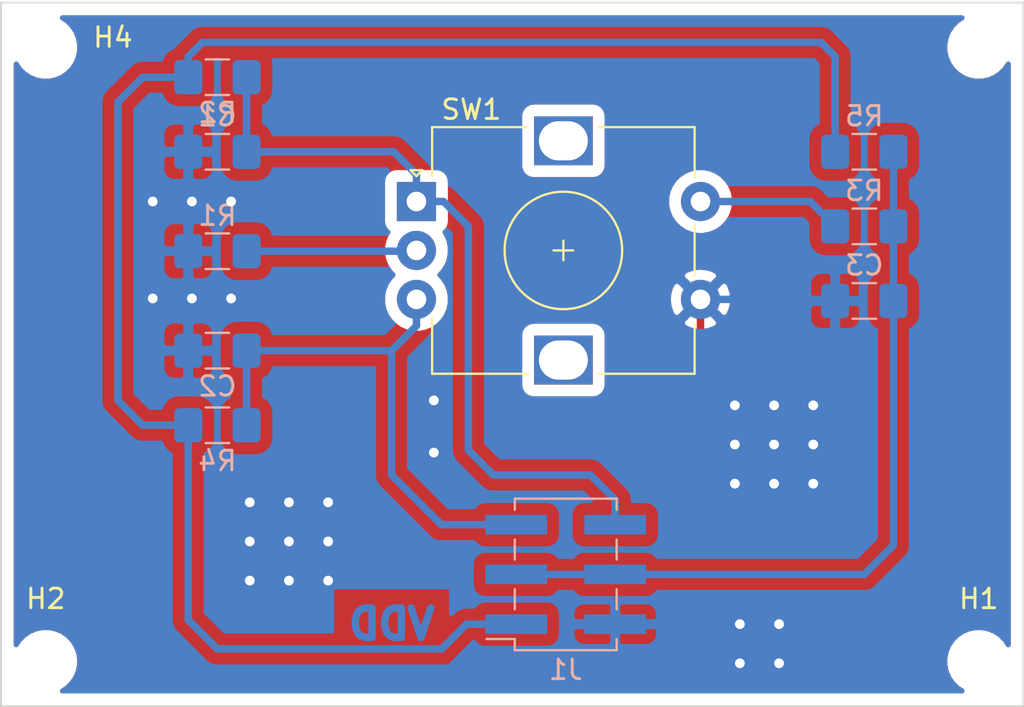
<source format=kicad_pcb>
(kicad_pcb (version 20171130) (host pcbnew "(5.1.2)-2")

  (general
    (thickness 1.6)
    (drawings 6)
    (tracks 90)
    (zones 0)
    (modules 14)
    (nets 8)
  )

  (page A4)
  (layers
    (0 F.Cu signal hide)
    (31 B.Cu signal)
    (32 B.Adhes user)
    (33 F.Adhes user)
    (34 B.Paste user)
    (35 F.Paste user)
    (36 B.SilkS user)
    (37 F.SilkS user)
    (38 B.Mask user)
    (39 F.Mask user)
    (40 Dwgs.User user hide)
    (41 Cmts.User user hide)
    (42 Eco1.User user hide)
    (43 Eco2.User user hide)
    (44 Edge.Cuts user)
    (45 Margin user hide)
    (46 B.CrtYd user hide)
    (47 F.CrtYd user)
    (48 B.Fab user hide)
    (49 F.Fab user hide)
  )

  (setup
    (last_trace_width 0.381)
    (user_trace_width 0.381)
    (user_trace_width 1)
    (trace_clearance 0.2)
    (zone_clearance 0.6)
    (zone_45_only no)
    (trace_min 0.2)
    (via_size 0.8)
    (via_drill 0.4)
    (via_min_size 0.4)
    (via_min_drill 0.3)
    (uvia_size 0.3)
    (uvia_drill 0.1)
    (uvias_allowed no)
    (uvia_min_size 0.2)
    (uvia_min_drill 0.1)
    (edge_width 0.05)
    (segment_width 0.2)
    (pcb_text_width 0.3)
    (pcb_text_size 1.5 1.5)
    (mod_edge_width 0.12)
    (mod_text_size 1 1)
    (mod_text_width 0.15)
    (pad_size 1.524 1.524)
    (pad_drill 0.762)
    (pad_to_mask_clearance 0.051)
    (solder_mask_min_width 0.25)
    (aux_axis_origin 113.157 127.635)
    (grid_origin 113.157 127.635)
    (visible_elements 7FFFF7FF)
    (pcbplotparams
      (layerselection 0x010fc_ffffffff)
      (usegerberextensions false)
      (usegerberattributes false)
      (usegerberadvancedattributes false)
      (creategerberjobfile false)
      (excludeedgelayer true)
      (linewidth 0.100000)
      (plotframeref false)
      (viasonmask false)
      (mode 1)
      (useauxorigin false)
      (hpglpennumber 1)
      (hpglpenspeed 20)
      (hpglpendiameter 15.000000)
      (psnegative false)
      (psa4output false)
      (plotreference true)
      (plotvalue true)
      (plotinvisibletext false)
      (padsonsilk false)
      (subtractmaskfromsilk false)
      (outputformat 1)
      (mirror false)
      (drillshape 1)
      (scaleselection 1)
      (outputdirectory ""))
  )

  (net 0 "")
  (net 1 "Net-(C1-Pad1)")
  (net 2 GND)
  (net 3 "Net-(C2-Pad2)")
  (net 4 "Net-(C3-Pad1)")
  (net 5 VDD)
  (net 6 "Net-(R1-Pad1)")
  (net 7 "Net-(R3-Pad2)")

  (net_class Default "This is the default net class."
    (clearance 0.2)
    (trace_width 0.25)
    (via_dia 0.8)
    (via_drill 0.4)
    (uvia_dia 0.3)
    (uvia_drill 0.1)
    (add_net GND)
    (add_net "Net-(C1-Pad1)")
    (add_net "Net-(C2-Pad2)")
    (add_net "Net-(C3-Pad1)")
    (add_net "Net-(R1-Pad1)")
    (add_net "Net-(R3-Pad2)")
    (add_net VDD)
  )

  (module MountingHole:MountingHole_2mm (layer F.Cu) (tedit 5B924920) (tstamp 5DED86AA)
    (at 115.443 93.98)
    (descr "Mounting Hole 2mm, no annular")
    (tags "mounting hole 2mm no annular")
    (path /5DEE7A41)
    (attr virtual)
    (fp_text reference H4 (at 3.429 -0.508) (layer F.SilkS)
      (effects (font (size 1 1) (thickness 0.15)))
    )
    (fp_text value MountingHole (at 0 3.1) (layer F.Fab)
      (effects (font (size 1 1) (thickness 0.15)))
    )
    (fp_circle (center 0 0) (end 2.25 0) (layer F.CrtYd) (width 0.05))
    (fp_circle (center 0 0) (end 2 0) (layer Cmts.User) (width 0.15))
    (fp_text user %R (at 0.3 0) (layer F.Fab)
      (effects (font (size 1 1) (thickness 0.15)))
    )
    (pad "" np_thru_hole circle (at 0 0) (size 2 2) (drill 2) (layers *.Cu *.Mask))
  )

  (module MountingHole:MountingHole_2mm (layer F.Cu) (tedit 5B924920) (tstamp 5DED7E20)
    (at 163.068 93.98)
    (descr "Mounting Hole 2mm, no annular")
    (tags "mounting hole 2mm no annular")
    (path /5DEA2F45)
    (attr virtual)
    (fp_text reference H3 (at 0 -3.2) (layer F.SilkS)
      (effects (font (size 1 1) (thickness 0.15)))
    )
    (fp_text value MountingHole (at 0 3.1) (layer F.Fab)
      (effects (font (size 1 1) (thickness 0.15)))
    )
    (fp_circle (center 0 0) (end 2.25 0) (layer F.CrtYd) (width 0.05))
    (fp_circle (center 0 0) (end 2 0) (layer Cmts.User) (width 0.15))
    (fp_text user %R (at 0.3 0) (layer F.Fab)
      (effects (font (size 1 1) (thickness 0.15)))
    )
    (pad "" np_thru_hole circle (at 0 0) (size 2 2) (drill 2) (layers *.Cu *.Mask))
  )

  (module MountingHole:MountingHole_2mm (layer F.Cu) (tedit 5B924920) (tstamp 5DED7329)
    (at 115.443 125.349)
    (descr "Mounting Hole 2mm, no annular")
    (tags "mounting hole 2mm no annular")
    (path /5DEA3366)
    (attr virtual)
    (fp_text reference H2 (at 0 -3.2) (layer F.SilkS)
      (effects (font (size 1 1) (thickness 0.15)))
    )
    (fp_text value MountingHole (at 0 3.1) (layer F.Fab)
      (effects (font (size 1 1) (thickness 0.15)))
    )
    (fp_circle (center 0 0) (end 2.25 0) (layer F.CrtYd) (width 0.05))
    (fp_circle (center 0 0) (end 2 0) (layer Cmts.User) (width 0.15))
    (fp_text user %R (at 0.3 0) (layer F.Fab)
      (effects (font (size 1 1) (thickness 0.15)))
    )
    (pad "" np_thru_hole circle (at 0 0) (size 2 2) (drill 2) (layers *.Cu *.Mask))
  )

  (module MountingHole:MountingHole_2mm (layer F.Cu) (tedit 5B924920) (tstamp 5DED78C8)
    (at 163.068 125.349)
    (descr "Mounting Hole 2mm, no annular")
    (tags "mounting hole 2mm no annular")
    (path /5DEA26EA)
    (attr virtual)
    (fp_text reference H1 (at 0 -3.2) (layer F.SilkS)
      (effects (font (size 1 1) (thickness 0.15)))
    )
    (fp_text value MountingHole (at 0 3.1) (layer F.Fab)
      (effects (font (size 1 1) (thickness 0.15)))
    )
    (fp_circle (center 0 0) (end 2.25 0) (layer F.CrtYd) (width 0.05))
    (fp_circle (center 0 0) (end 2 0) (layer Cmts.User) (width 0.15))
    (fp_text user %R (at 0.3 0) (layer F.Fab)
      (effects (font (size 1 1) (thickness 0.15)))
    )
    (pad "" np_thru_hole circle (at 0 0) (size 2 2) (drill 2) (layers *.Cu *.Mask))
  )

  (module Capacitor_SMD:C_1206_3216Metric_Pad1.42x1.75mm_HandSolder (layer B.Cu) (tedit 5B301BBE) (tstamp 5DE9CB23)
    (at 124.206 99.314 180)
    (descr "Capacitor SMD 1206 (3216 Metric), square (rectangular) end terminal, IPC_7351 nominal with elongated pad for handsoldering. (Body size source: http://www.tortai-tech.com/upload/download/2011102023233369053.pdf), generated with kicad-footprint-generator")
    (tags "capacitor handsolder")
    (path /5DE84F15)
    (attr smd)
    (fp_text reference C1 (at 0 1.82) (layer B.SilkS)
      (effects (font (size 1 1) (thickness 0.15)) (justify mirror))
    )
    (fp_text value 1u (at 0 -1.82) (layer B.Fab)
      (effects (font (size 1 1) (thickness 0.15)) (justify mirror))
    )
    (fp_line (start -1.6 -0.8) (end -1.6 0.8) (layer B.Fab) (width 0.1))
    (fp_line (start -1.6 0.8) (end 1.6 0.8) (layer B.Fab) (width 0.1))
    (fp_line (start 1.6 0.8) (end 1.6 -0.8) (layer B.Fab) (width 0.1))
    (fp_line (start 1.6 -0.8) (end -1.6 -0.8) (layer B.Fab) (width 0.1))
    (fp_line (start -0.602064 0.91) (end 0.602064 0.91) (layer B.SilkS) (width 0.12))
    (fp_line (start -0.602064 -0.91) (end 0.602064 -0.91) (layer B.SilkS) (width 0.12))
    (fp_line (start -2.45 -1.12) (end -2.45 1.12) (layer B.CrtYd) (width 0.05))
    (fp_line (start -2.45 1.12) (end 2.45 1.12) (layer B.CrtYd) (width 0.05))
    (fp_line (start 2.45 1.12) (end 2.45 -1.12) (layer B.CrtYd) (width 0.05))
    (fp_line (start 2.45 -1.12) (end -2.45 -1.12) (layer B.CrtYd) (width 0.05))
    (fp_text user %R (at 0 0) (layer B.Fab)
      (effects (font (size 0.8 0.8) (thickness 0.12)) (justify mirror))
    )
    (pad 1 smd roundrect (at -1.4875 0 180) (size 1.425 1.75) (layers B.Cu B.Paste B.Mask) (roundrect_rratio 0.175439)
      (net 1 "Net-(C1-Pad1)"))
    (pad 2 smd roundrect (at 1.4875 0 180) (size 1.425 1.75) (layers B.Cu B.Paste B.Mask) (roundrect_rratio 0.175439)
      (net 2 GND))
    (model ${KISYS3DMOD}/Capacitor_SMD.3dshapes/C_1206_3216Metric.wrl
      (at (xyz 0 0 0))
      (scale (xyz 1 1 1))
      (rotate (xyz 0 0 0))
    )
  )

  (module Capacitor_SMD:C_1206_3216Metric_Pad1.42x1.75mm_HandSolder (layer B.Cu) (tedit 5B301BBE) (tstamp 5DE9D477)
    (at 124.206 109.474)
    (descr "Capacitor SMD 1206 (3216 Metric), square (rectangular) end terminal, IPC_7351 nominal with elongated pad for handsoldering. (Body size source: http://www.tortai-tech.com/upload/download/2011102023233369053.pdf), generated with kicad-footprint-generator")
    (tags "capacitor handsolder")
    (path /5DE83362)
    (attr smd)
    (fp_text reference C2 (at 0 1.82) (layer B.SilkS)
      (effects (font (size 1 1) (thickness 0.15)) (justify mirror))
    )
    (fp_text value 1u (at 0 -1.82) (layer B.Fab)
      (effects (font (size 1 1) (thickness 0.15)) (justify mirror))
    )
    (fp_line (start -1.6 -0.8) (end -1.6 0.8) (layer B.Fab) (width 0.1))
    (fp_line (start -1.6 0.8) (end 1.6 0.8) (layer B.Fab) (width 0.1))
    (fp_line (start 1.6 0.8) (end 1.6 -0.8) (layer B.Fab) (width 0.1))
    (fp_line (start 1.6 -0.8) (end -1.6 -0.8) (layer B.Fab) (width 0.1))
    (fp_line (start -0.602064 0.91) (end 0.602064 0.91) (layer B.SilkS) (width 0.12))
    (fp_line (start -0.602064 -0.91) (end 0.602064 -0.91) (layer B.SilkS) (width 0.12))
    (fp_line (start -2.45 -1.12) (end -2.45 1.12) (layer B.CrtYd) (width 0.05))
    (fp_line (start -2.45 1.12) (end 2.45 1.12) (layer B.CrtYd) (width 0.05))
    (fp_line (start 2.45 1.12) (end 2.45 -1.12) (layer B.CrtYd) (width 0.05))
    (fp_line (start 2.45 -1.12) (end -2.45 -1.12) (layer B.CrtYd) (width 0.05))
    (fp_text user %R (at 0 0) (layer B.Fab)
      (effects (font (size 0.8 0.8) (thickness 0.12)) (justify mirror))
    )
    (pad 1 smd roundrect (at -1.4875 0) (size 1.425 1.75) (layers B.Cu B.Paste B.Mask) (roundrect_rratio 0.175439)
      (net 2 GND))
    (pad 2 smd roundrect (at 1.4875 0) (size 1.425 1.75) (layers B.Cu B.Paste B.Mask) (roundrect_rratio 0.175439)
      (net 3 "Net-(C2-Pad2)"))
    (model ${KISYS3DMOD}/Capacitor_SMD.3dshapes/C_1206_3216Metric.wrl
      (at (xyz 0 0 0))
      (scale (xyz 1 1 1))
      (rotate (xyz 0 0 0))
    )
  )

  (module Capacitor_SMD:C_1206_3216Metric_Pad1.42x1.75mm_HandSolder (layer B.Cu) (tedit 5B301BBE) (tstamp 5DE9CB45)
    (at 157.226 106.934 180)
    (descr "Capacitor SMD 1206 (3216 Metric), square (rectangular) end terminal, IPC_7351 nominal with elongated pad for handsoldering. (Body size source: http://www.tortai-tech.com/upload/download/2011102023233369053.pdf), generated with kicad-footprint-generator")
    (tags "capacitor handsolder")
    (path /5DE83F51)
    (attr smd)
    (fp_text reference C3 (at 0 1.82) (layer B.SilkS)
      (effects (font (size 1 1) (thickness 0.15)) (justify mirror))
    )
    (fp_text value 1u (at 0 -1.82) (layer B.Fab)
      (effects (font (size 1 1) (thickness 0.15)) (justify mirror))
    )
    (fp_text user %R (at 0 0) (layer B.Fab)
      (effects (font (size 0.8 0.8) (thickness 0.12)) (justify mirror))
    )
    (fp_line (start 2.45 -1.12) (end -2.45 -1.12) (layer B.CrtYd) (width 0.05))
    (fp_line (start 2.45 1.12) (end 2.45 -1.12) (layer B.CrtYd) (width 0.05))
    (fp_line (start -2.45 1.12) (end 2.45 1.12) (layer B.CrtYd) (width 0.05))
    (fp_line (start -2.45 -1.12) (end -2.45 1.12) (layer B.CrtYd) (width 0.05))
    (fp_line (start -0.602064 -0.91) (end 0.602064 -0.91) (layer B.SilkS) (width 0.12))
    (fp_line (start -0.602064 0.91) (end 0.602064 0.91) (layer B.SilkS) (width 0.12))
    (fp_line (start 1.6 -0.8) (end -1.6 -0.8) (layer B.Fab) (width 0.1))
    (fp_line (start 1.6 0.8) (end 1.6 -0.8) (layer B.Fab) (width 0.1))
    (fp_line (start -1.6 0.8) (end 1.6 0.8) (layer B.Fab) (width 0.1))
    (fp_line (start -1.6 -0.8) (end -1.6 0.8) (layer B.Fab) (width 0.1))
    (pad 2 smd roundrect (at 1.4875 0 180) (size 1.425 1.75) (layers B.Cu B.Paste B.Mask) (roundrect_rratio 0.175439)
      (net 2 GND))
    (pad 1 smd roundrect (at -1.4875 0 180) (size 1.425 1.75) (layers B.Cu B.Paste B.Mask) (roundrect_rratio 0.175439)
      (net 4 "Net-(C3-Pad1)"))
    (model ${KISYS3DMOD}/Capacitor_SMD.3dshapes/C_1206_3216Metric.wrl
      (at (xyz 0 0 0))
      (scale (xyz 1 1 1))
      (rotate (xyz 0 0 0))
    )
  )

  (module Connector_PinHeader_2.54mm:PinHeader_2x03_P2.54mm_Vertical_SMD (layer B.Cu) (tedit 59FED5CC) (tstamp 5DE9D1ED)
    (at 141.986 120.904)
    (descr "surface-mounted straight pin header, 2x03, 2.54mm pitch, double rows")
    (tags "Surface mounted pin header SMD 2x03 2.54mm double row")
    (path /5DEA3FDD)
    (attr smd)
    (fp_text reference J1 (at 0 4.87) (layer B.SilkS)
      (effects (font (size 1 1) (thickness 0.15)) (justify mirror))
    )
    (fp_text value Conn_02x03_Top_Bottom (at 0 -4.87) (layer B.Fab)
      (effects (font (size 1 1) (thickness 0.15)) (justify mirror))
    )
    (fp_line (start 2.54 -3.81) (end -2.54 -3.81) (layer B.Fab) (width 0.1))
    (fp_line (start -1.59 3.81) (end 2.54 3.81) (layer B.Fab) (width 0.1))
    (fp_line (start -2.54 -3.81) (end -2.54 2.86) (layer B.Fab) (width 0.1))
    (fp_line (start -2.54 2.86) (end -1.59 3.81) (layer B.Fab) (width 0.1))
    (fp_line (start 2.54 3.81) (end 2.54 -3.81) (layer B.Fab) (width 0.1))
    (fp_line (start -2.54 2.86) (end -3.6 2.86) (layer B.Fab) (width 0.1))
    (fp_line (start -3.6 2.86) (end -3.6 2.22) (layer B.Fab) (width 0.1))
    (fp_line (start -3.6 2.22) (end -2.54 2.22) (layer B.Fab) (width 0.1))
    (fp_line (start 2.54 2.86) (end 3.6 2.86) (layer B.Fab) (width 0.1))
    (fp_line (start 3.6 2.86) (end 3.6 2.22) (layer B.Fab) (width 0.1))
    (fp_line (start 3.6 2.22) (end 2.54 2.22) (layer B.Fab) (width 0.1))
    (fp_line (start -2.54 0.32) (end -3.6 0.32) (layer B.Fab) (width 0.1))
    (fp_line (start -3.6 0.32) (end -3.6 -0.32) (layer B.Fab) (width 0.1))
    (fp_line (start -3.6 -0.32) (end -2.54 -0.32) (layer B.Fab) (width 0.1))
    (fp_line (start 2.54 0.32) (end 3.6 0.32) (layer B.Fab) (width 0.1))
    (fp_line (start 3.6 0.32) (end 3.6 -0.32) (layer B.Fab) (width 0.1))
    (fp_line (start 3.6 -0.32) (end 2.54 -0.32) (layer B.Fab) (width 0.1))
    (fp_line (start -2.54 -2.22) (end -3.6 -2.22) (layer B.Fab) (width 0.1))
    (fp_line (start -3.6 -2.22) (end -3.6 -2.86) (layer B.Fab) (width 0.1))
    (fp_line (start -3.6 -2.86) (end -2.54 -2.86) (layer B.Fab) (width 0.1))
    (fp_line (start 2.54 -2.22) (end 3.6 -2.22) (layer B.Fab) (width 0.1))
    (fp_line (start 3.6 -2.22) (end 3.6 -2.86) (layer B.Fab) (width 0.1))
    (fp_line (start 3.6 -2.86) (end 2.54 -2.86) (layer B.Fab) (width 0.1))
    (fp_line (start -2.6 3.87) (end 2.6 3.87) (layer B.SilkS) (width 0.12))
    (fp_line (start -2.6 -3.87) (end 2.6 -3.87) (layer B.SilkS) (width 0.12))
    (fp_line (start -4.04 3.3) (end -2.6 3.3) (layer B.SilkS) (width 0.12))
    (fp_line (start -2.6 3.87) (end -2.6 3.3) (layer B.SilkS) (width 0.12))
    (fp_line (start 2.6 3.87) (end 2.6 3.3) (layer B.SilkS) (width 0.12))
    (fp_line (start -2.6 -3.3) (end -2.6 -3.87) (layer B.SilkS) (width 0.12))
    (fp_line (start 2.6 -3.3) (end 2.6 -3.87) (layer B.SilkS) (width 0.12))
    (fp_line (start -2.6 1.78) (end -2.6 0.76) (layer B.SilkS) (width 0.12))
    (fp_line (start 2.6 1.78) (end 2.6 0.76) (layer B.SilkS) (width 0.12))
    (fp_line (start -2.6 -0.76) (end -2.6 -1.78) (layer B.SilkS) (width 0.12))
    (fp_line (start 2.6 -0.76) (end 2.6 -1.78) (layer B.SilkS) (width 0.12))
    (fp_line (start -5.9 4.35) (end -5.9 -4.35) (layer B.CrtYd) (width 0.05))
    (fp_line (start -5.9 -4.35) (end 5.9 -4.35) (layer B.CrtYd) (width 0.05))
    (fp_line (start 5.9 -4.35) (end 5.9 4.35) (layer B.CrtYd) (width 0.05))
    (fp_line (start 5.9 4.35) (end -5.9 4.35) (layer B.CrtYd) (width 0.05))
    (fp_text user %R (at 0 1.27 90) (layer F.Fab)
      (effects (font (size 1 1) (thickness 0.15)))
    )
    (pad 1 smd rect (at -2.525 2.54) (size 3.15 1) (layers B.Cu B.Paste B.Mask)
      (net 5 VDD))
    (pad 2 smd rect (at 2.525 2.54) (size 3.15 1) (layers B.Cu B.Paste B.Mask)
      (net 2 GND))
    (pad 3 smd rect (at -2.525 0) (size 3.15 1) (layers B.Cu B.Paste B.Mask)
      (net 4 "Net-(C3-Pad1)"))
    (pad 4 smd rect (at 2.525 0) (size 3.15 1) (layers B.Cu B.Paste B.Mask)
      (net 4 "Net-(C3-Pad1)"))
    (pad 5 smd rect (at -2.525 -2.54) (size 3.15 1) (layers B.Cu B.Paste B.Mask)
      (net 3 "Net-(C2-Pad2)"))
    (pad 6 smd rect (at 2.525 -2.54) (size 3.15 1) (layers B.Cu B.Paste B.Mask)
      (net 1 "Net-(C1-Pad1)"))
    (model ${KISYS3DMOD}/Connector_PinHeader_2.54mm.3dshapes/PinHeader_2x03_P2.54mm_Vertical_SMD.wrl
      (at (xyz 0 0 0))
      (scale (xyz 1 1 1))
      (rotate (xyz 0 0 0))
    )
  )

  (module Resistor_SMD:R_1206_3216Metric_Pad1.42x1.75mm_HandSolder (layer B.Cu) (tedit 5B301BBD) (tstamp 5DE9CBC7)
    (at 124.206 104.394 180)
    (descr "Resistor SMD 1206 (3216 Metric), square (rectangular) end terminal, IPC_7351 nominal with elongated pad for handsoldering. (Body size source: http://www.tortai-tech.com/upload/download/2011102023233369053.pdf), generated with kicad-footprint-generator")
    (tags "resistor handsolder")
    (path /5DE96F17)
    (attr smd)
    (fp_text reference R1 (at 0 1.82) (layer B.SilkS)
      (effects (font (size 1 1) (thickness 0.15)) (justify mirror))
    )
    (fp_text value 100 (at 0 -1.82) (layer B.Fab)
      (effects (font (size 1 1) (thickness 0.15)) (justify mirror))
    )
    (fp_line (start -1.6 -0.8) (end -1.6 0.8) (layer B.Fab) (width 0.1))
    (fp_line (start -1.6 0.8) (end 1.6 0.8) (layer B.Fab) (width 0.1))
    (fp_line (start 1.6 0.8) (end 1.6 -0.8) (layer B.Fab) (width 0.1))
    (fp_line (start 1.6 -0.8) (end -1.6 -0.8) (layer B.Fab) (width 0.1))
    (fp_line (start -0.602064 0.91) (end 0.602064 0.91) (layer B.SilkS) (width 0.12))
    (fp_line (start -0.602064 -0.91) (end 0.602064 -0.91) (layer B.SilkS) (width 0.12))
    (fp_line (start -2.45 -1.12) (end -2.45 1.12) (layer B.CrtYd) (width 0.05))
    (fp_line (start -2.45 1.12) (end 2.45 1.12) (layer B.CrtYd) (width 0.05))
    (fp_line (start 2.45 1.12) (end 2.45 -1.12) (layer B.CrtYd) (width 0.05))
    (fp_line (start 2.45 -1.12) (end -2.45 -1.12) (layer B.CrtYd) (width 0.05))
    (fp_text user %R (at 0 0) (layer B.Fab)
      (effects (font (size 0.8 0.8) (thickness 0.12)) (justify mirror))
    )
    (pad 1 smd roundrect (at -1.4875 0 180) (size 1.425 1.75) (layers B.Cu B.Paste B.Mask) (roundrect_rratio 0.175439)
      (net 6 "Net-(R1-Pad1)"))
    (pad 2 smd roundrect (at 1.4875 0 180) (size 1.425 1.75) (layers B.Cu B.Paste B.Mask) (roundrect_rratio 0.175439)
      (net 2 GND))
    (model ${KISYS3DMOD}/Resistor_SMD.3dshapes/R_1206_3216Metric.wrl
      (at (xyz 0 0 0))
      (scale (xyz 1 1 1))
      (rotate (xyz 0 0 0))
    )
  )

  (module Resistor_SMD:R_1206_3216Metric_Pad1.42x1.75mm_HandSolder (layer B.Cu) (tedit 5B301BBD) (tstamp 5DE9CBD8)
    (at 124.206 95.504)
    (descr "Resistor SMD 1206 (3216 Metric), square (rectangular) end terminal, IPC_7351 nominal with elongated pad for handsoldering. (Body size source: http://www.tortai-tech.com/upload/download/2011102023233369053.pdf), generated with kicad-footprint-generator")
    (tags "resistor handsolder")
    (path /5DE98375)
    (attr smd)
    (fp_text reference R2 (at 0 1.82) (layer B.SilkS)
      (effects (font (size 1 1) (thickness 0.15)) (justify mirror))
    )
    (fp_text value 10K (at 0 -1.82) (layer B.Fab)
      (effects (font (size 1 1) (thickness 0.15)) (justify mirror))
    )
    (fp_line (start -1.6 -0.8) (end -1.6 0.8) (layer B.Fab) (width 0.1))
    (fp_line (start -1.6 0.8) (end 1.6 0.8) (layer B.Fab) (width 0.1))
    (fp_line (start 1.6 0.8) (end 1.6 -0.8) (layer B.Fab) (width 0.1))
    (fp_line (start 1.6 -0.8) (end -1.6 -0.8) (layer B.Fab) (width 0.1))
    (fp_line (start -0.602064 0.91) (end 0.602064 0.91) (layer B.SilkS) (width 0.12))
    (fp_line (start -0.602064 -0.91) (end 0.602064 -0.91) (layer B.SilkS) (width 0.12))
    (fp_line (start -2.45 -1.12) (end -2.45 1.12) (layer B.CrtYd) (width 0.05))
    (fp_line (start -2.45 1.12) (end 2.45 1.12) (layer B.CrtYd) (width 0.05))
    (fp_line (start 2.45 1.12) (end 2.45 -1.12) (layer B.CrtYd) (width 0.05))
    (fp_line (start 2.45 -1.12) (end -2.45 -1.12) (layer B.CrtYd) (width 0.05))
    (fp_text user %R (at 0 0) (layer B.Fab)
      (effects (font (size 0.8 0.8) (thickness 0.12)) (justify mirror))
    )
    (pad 1 smd roundrect (at -1.4875 0) (size 1.425 1.75) (layers B.Cu B.Paste B.Mask) (roundrect_rratio 0.175439)
      (net 5 VDD))
    (pad 2 smd roundrect (at 1.4875 0) (size 1.425 1.75) (layers B.Cu B.Paste B.Mask) (roundrect_rratio 0.175439)
      (net 1 "Net-(C1-Pad1)"))
    (model ${KISYS3DMOD}/Resistor_SMD.3dshapes/R_1206_3216Metric.wrl
      (at (xyz 0 0 0))
      (scale (xyz 1 1 1))
      (rotate (xyz 0 0 0))
    )
  )

  (module Resistor_SMD:R_1206_3216Metric_Pad1.42x1.75mm_HandSolder (layer B.Cu) (tedit 5B301BBD) (tstamp 5DE9CBE9)
    (at 157.226 103.124 180)
    (descr "Resistor SMD 1206 (3216 Metric), square (rectangular) end terminal, IPC_7351 nominal with elongated pad for handsoldering. (Body size source: http://www.tortai-tech.com/upload/download/2011102023233369053.pdf), generated with kicad-footprint-generator")
    (tags "resistor handsolder")
    (path /5DE95834)
    (attr smd)
    (fp_text reference R3 (at 0 1.82) (layer B.SilkS)
      (effects (font (size 1 1) (thickness 0.15)) (justify mirror))
    )
    (fp_text value 100 (at 0 -1.82) (layer B.Fab)
      (effects (font (size 1 1) (thickness 0.15)) (justify mirror))
    )
    (fp_line (start -1.6 -0.8) (end -1.6 0.8) (layer B.Fab) (width 0.1))
    (fp_line (start -1.6 0.8) (end 1.6 0.8) (layer B.Fab) (width 0.1))
    (fp_line (start 1.6 0.8) (end 1.6 -0.8) (layer B.Fab) (width 0.1))
    (fp_line (start 1.6 -0.8) (end -1.6 -0.8) (layer B.Fab) (width 0.1))
    (fp_line (start -0.602064 0.91) (end 0.602064 0.91) (layer B.SilkS) (width 0.12))
    (fp_line (start -0.602064 -0.91) (end 0.602064 -0.91) (layer B.SilkS) (width 0.12))
    (fp_line (start -2.45 -1.12) (end -2.45 1.12) (layer B.CrtYd) (width 0.05))
    (fp_line (start -2.45 1.12) (end 2.45 1.12) (layer B.CrtYd) (width 0.05))
    (fp_line (start 2.45 1.12) (end 2.45 -1.12) (layer B.CrtYd) (width 0.05))
    (fp_line (start 2.45 -1.12) (end -2.45 -1.12) (layer B.CrtYd) (width 0.05))
    (fp_text user %R (at 0 0) (layer B.Fab)
      (effects (font (size 0.8 0.8) (thickness 0.12)) (justify mirror))
    )
    (pad 1 smd roundrect (at -1.4875 0 180) (size 1.425 1.75) (layers B.Cu B.Paste B.Mask) (roundrect_rratio 0.175439)
      (net 4 "Net-(C3-Pad1)"))
    (pad 2 smd roundrect (at 1.4875 0 180) (size 1.425 1.75) (layers B.Cu B.Paste B.Mask) (roundrect_rratio 0.175439)
      (net 7 "Net-(R3-Pad2)"))
    (model ${KISYS3DMOD}/Resistor_SMD.3dshapes/R_1206_3216Metric.wrl
      (at (xyz 0 0 0))
      (scale (xyz 1 1 1))
      (rotate (xyz 0 0 0))
    )
  )

  (module Resistor_SMD:R_1206_3216Metric_Pad1.42x1.75mm_HandSolder (layer B.Cu) (tedit 5B301BBD) (tstamp 5DE9CBFA)
    (at 124.206 113.284)
    (descr "Resistor SMD 1206 (3216 Metric), square (rectangular) end terminal, IPC_7351 nominal with elongated pad for handsoldering. (Body size source: http://www.tortai-tech.com/upload/download/2011102023233369053.pdf), generated with kicad-footprint-generator")
    (tags "resistor handsolder")
    (path /5DE97F19)
    (attr smd)
    (fp_text reference R4 (at 0 1.82) (layer B.SilkS)
      (effects (font (size 1 1) (thickness 0.15)) (justify mirror))
    )
    (fp_text value 20K (at 0 -1.82) (layer B.Fab)
      (effects (font (size 1 1) (thickness 0.15)) (justify mirror))
    )
    (fp_text user %R (at 0 0) (layer B.Fab)
      (effects (font (size 0.8 0.8) (thickness 0.12)) (justify mirror))
    )
    (fp_line (start 2.45 -1.12) (end -2.45 -1.12) (layer B.CrtYd) (width 0.05))
    (fp_line (start 2.45 1.12) (end 2.45 -1.12) (layer B.CrtYd) (width 0.05))
    (fp_line (start -2.45 1.12) (end 2.45 1.12) (layer B.CrtYd) (width 0.05))
    (fp_line (start -2.45 -1.12) (end -2.45 1.12) (layer B.CrtYd) (width 0.05))
    (fp_line (start -0.602064 -0.91) (end 0.602064 -0.91) (layer B.SilkS) (width 0.12))
    (fp_line (start -0.602064 0.91) (end 0.602064 0.91) (layer B.SilkS) (width 0.12))
    (fp_line (start 1.6 -0.8) (end -1.6 -0.8) (layer B.Fab) (width 0.1))
    (fp_line (start 1.6 0.8) (end 1.6 -0.8) (layer B.Fab) (width 0.1))
    (fp_line (start -1.6 0.8) (end 1.6 0.8) (layer B.Fab) (width 0.1))
    (fp_line (start -1.6 -0.8) (end -1.6 0.8) (layer B.Fab) (width 0.1))
    (pad 2 smd roundrect (at 1.4875 0) (size 1.425 1.75) (layers B.Cu B.Paste B.Mask) (roundrect_rratio 0.175439)
      (net 3 "Net-(C2-Pad2)"))
    (pad 1 smd roundrect (at -1.4875 0) (size 1.425 1.75) (layers B.Cu B.Paste B.Mask) (roundrect_rratio 0.175439)
      (net 5 VDD))
    (model ${KISYS3DMOD}/Resistor_SMD.3dshapes/R_1206_3216Metric.wrl
      (at (xyz 0 0 0))
      (scale (xyz 1 1 1))
      (rotate (xyz 0 0 0))
    )
  )

  (module Resistor_SMD:R_1206_3216Metric_Pad1.42x1.75mm_HandSolder (layer B.Cu) (tedit 5B301BBD) (tstamp 5DE9CC0B)
    (at 157.226 99.314 180)
    (descr "Resistor SMD 1206 (3216 Metric), square (rectangular) end terminal, IPC_7351 nominal with elongated pad for handsoldering. (Body size source: http://www.tortai-tech.com/upload/download/2011102023233369053.pdf), generated with kicad-footprint-generator")
    (tags "resistor handsolder")
    (path /5DE967A1)
    (attr smd)
    (fp_text reference R5 (at 0 1.82) (layer B.SilkS)
      (effects (font (size 1 1) (thickness 0.15)) (justify mirror))
    )
    (fp_text value 10K (at 0 -1.82) (layer B.Fab)
      (effects (font (size 1 1) (thickness 0.15)) (justify mirror))
    )
    (fp_text user %R (at 0 0) (layer B.Fab)
      (effects (font (size 0.8 0.8) (thickness 0.12)) (justify mirror))
    )
    (fp_line (start 2.45 -1.12) (end -2.45 -1.12) (layer B.CrtYd) (width 0.05))
    (fp_line (start 2.45 1.12) (end 2.45 -1.12) (layer B.CrtYd) (width 0.05))
    (fp_line (start -2.45 1.12) (end 2.45 1.12) (layer B.CrtYd) (width 0.05))
    (fp_line (start -2.45 -1.12) (end -2.45 1.12) (layer B.CrtYd) (width 0.05))
    (fp_line (start -0.602064 -0.91) (end 0.602064 -0.91) (layer B.SilkS) (width 0.12))
    (fp_line (start -0.602064 0.91) (end 0.602064 0.91) (layer B.SilkS) (width 0.12))
    (fp_line (start 1.6 -0.8) (end -1.6 -0.8) (layer B.Fab) (width 0.1))
    (fp_line (start 1.6 0.8) (end 1.6 -0.8) (layer B.Fab) (width 0.1))
    (fp_line (start -1.6 0.8) (end 1.6 0.8) (layer B.Fab) (width 0.1))
    (fp_line (start -1.6 -0.8) (end -1.6 0.8) (layer B.Fab) (width 0.1))
    (pad 2 smd roundrect (at 1.4875 0 180) (size 1.425 1.75) (layers B.Cu B.Paste B.Mask) (roundrect_rratio 0.175439)
      (net 5 VDD))
    (pad 1 smd roundrect (at -1.4875 0 180) (size 1.425 1.75) (layers B.Cu B.Paste B.Mask) (roundrect_rratio 0.175439)
      (net 4 "Net-(C3-Pad1)"))
    (model ${KISYS3DMOD}/Resistor_SMD.3dshapes/R_1206_3216Metric.wrl
      (at (xyz 0 0 0))
      (scale (xyz 1 1 1))
      (rotate (xyz 0 0 0))
    )
  )

  (module Rotary_Encoder:RotaryEncoder_Alps_EC12E-Switch_Vertical_H20mm (layer F.Cu) (tedit 5A64F492) (tstamp 5DE9CC32)
    (at 134.366 101.854)
    (descr "Alps rotary encoder, EC12E... with switch, vertical shaft, http://www.alps.com/prod/info/E/HTML/Encoder/Incremental/EC12E/EC12E1240405.html & http://cdn-reichelt.de/documents/datenblatt/F100/402097STEC12E08.PDF")
    (tags "rotary encoder")
    (path /5DE82110)
    (fp_text reference SW1 (at 2.8 -4.7) (layer F.SilkS)
      (effects (font (size 1 1) (thickness 0.15)))
    )
    (fp_text value Rotary_Encoder_Switch (at 7.5 10.4) (layer F.Fab)
      (effects (font (size 1 1) (thickness 0.15)))
    )
    (fp_line (start 7 2.5) (end 8 2.5) (layer F.SilkS) (width 0.12))
    (fp_line (start 7.5 2) (end 7.5 3) (layer F.SilkS) (width 0.12))
    (fp_text user %R (at 11.5 6.6) (layer F.Fab)
      (effects (font (size 1 1) (thickness 0.15)))
    )
    (fp_line (start 14.2 6.2) (end 14.2 8.8) (layer F.SilkS) (width 0.12))
    (fp_line (start 14.2 1.2) (end 14.2 3.8) (layer F.SilkS) (width 0.12))
    (fp_line (start 14.2 -3.8) (end 14.2 -1.2) (layer F.SilkS) (width 0.12))
    (fp_line (start 4.5 2.5) (end 10.5 2.5) (layer F.Fab) (width 0.12))
    (fp_line (start 7.5 -0.5) (end 7.5 5.5) (layer F.Fab) (width 0.12))
    (fp_line (start 0.3 -1.6) (end 0 -1.3) (layer F.SilkS) (width 0.12))
    (fp_line (start -0.3 -1.6) (end 0.3 -1.6) (layer F.SilkS) (width 0.12))
    (fp_line (start 0 -1.3) (end -0.3 -1.6) (layer F.SilkS) (width 0.12))
    (fp_line (start 0.8 -3.8) (end 0.8 -1.3) (layer F.SilkS) (width 0.12))
    (fp_line (start 5.6 -3.8) (end 0.8 -3.8) (layer F.SilkS) (width 0.12))
    (fp_line (start 0.8 8.8) (end 0.8 6) (layer F.SilkS) (width 0.12))
    (fp_line (start 5.7 8.8) (end 0.8 8.8) (layer F.SilkS) (width 0.12))
    (fp_line (start 14.2 8.8) (end 9.3 8.8) (layer F.SilkS) (width 0.12))
    (fp_line (start 9.3 -3.8) (end 14.2 -3.8) (layer F.SilkS) (width 0.12))
    (fp_line (start 0.9 -2.6) (end 1.9 -3.7) (layer F.Fab) (width 0.12))
    (fp_line (start 0.9 8.7) (end 0.9 -2.6) (layer F.Fab) (width 0.12))
    (fp_line (start 14.1 8.7) (end 0.9 8.7) (layer F.Fab) (width 0.12))
    (fp_line (start 14.1 -3.7) (end 14.1 8.7) (layer F.Fab) (width 0.12))
    (fp_line (start 1.9 -3.7) (end 14.1 -3.7) (layer F.Fab) (width 0.12))
    (fp_line (start -1.5 -4.85) (end 16 -4.85) (layer F.CrtYd) (width 0.05))
    (fp_line (start -1.5 -4.85) (end -1.5 9.85) (layer F.CrtYd) (width 0.05))
    (fp_line (start 16 9.85) (end 16 -4.85) (layer F.CrtYd) (width 0.05))
    (fp_line (start 16 9.85) (end -1.5 9.85) (layer F.CrtYd) (width 0.05))
    (fp_circle (center 7.5 2.5) (end 10.5 2.5) (layer F.SilkS) (width 0.12))
    (fp_circle (center 7.5 2.5) (end 10.5 2.5) (layer F.Fab) (width 0.12))
    (pad S2 thru_hole circle (at 14.5 5) (size 2 2) (drill 1) (layers *.Cu *.Mask)
      (net 2 GND))
    (pad S1 thru_hole circle (at 14.5 0) (size 2 2) (drill 1) (layers *.Cu *.Mask)
      (net 7 "Net-(R3-Pad2)"))
    (pad MP thru_hole rect (at 7.5 8.1) (size 3 2.5) (drill oval 2.5 2) (layers *.Cu *.Mask))
    (pad MP thru_hole rect (at 7.5 -3.1) (size 3 2.5) (drill oval 2.5 2) (layers *.Cu *.Mask))
    (pad B thru_hole circle (at 0 5) (size 2 2) (drill 1) (layers *.Cu *.Mask)
      (net 3 "Net-(C2-Pad2)"))
    (pad C thru_hole circle (at 0 2.5) (size 2 2) (drill 1) (layers *.Cu *.Mask)
      (net 6 "Net-(R1-Pad1)"))
    (pad A thru_hole rect (at 0 0) (size 2 2) (drill 1) (layers *.Cu *.Mask)
      (net 1 "Net-(C1-Pad1)"))
    (model ${KISYS3DMOD}/Rotary_Encoder.3dshapes/RotaryEncoder_Alps_EC12E-Switch_Vertical_H20mm.wrl
      (at (xyz 0 0 0))
      (scale (xyz 1 1 1))
      (rotate (xyz 0 0 0))
    )
  )

  (gr_line (start 113.157 127.508) (end 113.157 91.694) (layer Edge.Cuts) (width 0.1) (tstamp 5DED89D4))
  (gr_line (start 113.157 127.635) (end 113.157 127.508) (layer Edge.Cuts) (width 0.1))
  (gr_line (start 165.354 127.635) (end 113.157 127.635) (layer Edge.Cuts) (width 0.1))
  (gr_line (start 165.354 91.694) (end 165.354 127.635) (layer Edge.Cuts) (width 0.1))
  (gr_line (start 113.157 91.694) (end 165.354 91.694) (layer Edge.Cuts) (width 0.1))
  (gr_text VDD (at 133.096 123.444) (layer B.Cu)
    (effects (font (size 1.5 1.5) (thickness 0.375)) (justify mirror))
  )

  (via (at 125.857 117.221) (size 1) (drill 0.5) (layers F.Cu B.Cu) (net 2) (tstamp 5DED888C))
  (via (at 127.857 117.221) (size 1) (drill 0.5) (layers F.Cu B.Cu) (net 2) (tstamp 5DED8893))
  (via (at 129.857 117.221) (size 1) (drill 0.5) (layers F.Cu B.Cu) (net 2) (tstamp 5DED8895))
  (via (at 125.857 119.221) (size 1) (drill 0.5) (layers F.Cu B.Cu) (net 2) (tstamp 5DED8897))
  (via (at 127.857 119.221) (size 1) (drill 0.5) (layers F.Cu B.Cu) (net 2) (tstamp 5DED8899))
  (via (at 129.857 119.221) (size 1) (drill 0.5) (layers F.Cu B.Cu) (net 2) (tstamp 5DED889B))
  (via (at 125.857 121.221) (size 1) (drill 0.5) (layers F.Cu B.Cu) (net 2) (tstamp 5DED889D))
  (via (at 127.857 121.221) (size 1) (drill 0.5) (layers F.Cu B.Cu) (net 2) (tstamp 5DED889F))
  (via (at 129.857 121.221) (size 1) (drill 0.5) (layers F.Cu B.Cu) (net 2) (tstamp 5DED88A1))
  (segment (start 125.6935 95.504) (end 125.6935 99.314) (width 0.381) (layer B.Cu) (net 1))
  (segment (start 134.366 100.473) (end 134.366 101.854) (width 0.381) (layer B.Cu) (net 1))
  (segment (start 133.207 99.314) (end 134.366 100.473) (width 0.381) (layer B.Cu) (net 1))
  (segment (start 125.6935 99.314) (end 133.207 99.314) (width 0.381) (layer B.Cu) (net 1))
  (segment (start 144.511 117.094) (end 144.511 118.364) (width 0.381) (layer B.Cu) (net 1))
  (segment (start 135.747 101.854) (end 137.017 103.124) (width 0.381) (layer B.Cu) (net 1))
  (segment (start 137.017 103.124) (end 137.017 114.554) (width 0.381) (layer B.Cu) (net 1))
  (segment (start 137.017 114.554) (end 138.287 115.824) (width 0.381) (layer B.Cu) (net 1))
  (segment (start 134.366 101.854) (end 135.747 101.854) (width 0.381) (layer B.Cu) (net 1))
  (segment (start 138.287 115.824) (end 143.241 115.824) (width 0.381) (layer B.Cu) (net 1))
  (segment (start 143.241 115.824) (end 144.511 117.094) (width 0.381) (layer B.Cu) (net 1))
  (segment (start 155.6585 106.854) (end 155.7385 106.934) (width 0.381) (layer B.Cu) (net 2))
  (segment (start 148.866 106.854) (end 155.6585 106.854) (width 0.381) (layer B.Cu) (net 2))
  (segment (start 122.7185 99.314) (end 122.7185 104.394) (width 0.381) (layer B.Cu) (net 2))
  (segment (start 122.7185 104.394) (end 122.7185 109.474) (width 0.381) (layer B.Cu) (net 2))
  (via (at 120.904 106.807) (size 1) (drill 0.5) (layers F.Cu B.Cu) (net 2))
  (segment (start 148.866 111.484) (end 148.866 106.854) (width 0.381) (layer F.Cu) (net 2))
  (via (at 150.876 123.444) (size 1) (drill 0.5) (layers F.Cu B.Cu) (net 2))
  (segment (start 150.876 123.444) (end 144.511 123.444) (width 0.381) (layer B.Cu) (net 2))
  (segment (start 150.876 114.554) (end 150.876 123.444) (width 0.381) (layer F.Cu) (net 2))
  (segment (start 148.866 111.484) (end 148.866 112.544) (width 0.381) (layer F.Cu) (net 2))
  (segment (start 148.866 112.544) (end 150.876 114.554) (width 0.381) (layer F.Cu) (net 2))
  (segment (start 122.7185 104.394) (end 120.396 104.394) (width 0.381) (layer B.Cu) (net 2))
  (segment (start 148.866 112.754) (end 148.866 111.484) (width 0.381) (layer F.Cu) (net 2))
  (segment (start 129.286 104.394) (end 130.556 105.664) (width 0.381) (layer F.Cu) (net 2))
  (segment (start 120.396 104.394) (end 129.286 104.394) (width 0.381) (layer F.Cu) (net 2))
  (segment (start 130.556 105.664) (end 130.556 113.284) (width 0.381) (layer F.Cu) (net 2))
  (segment (start 130.556 113.284) (end 131.826 114.554) (width 0.381) (layer F.Cu) (net 2))
  (segment (start 131.826 114.554) (end 147.066 114.554) (width 0.381) (layer F.Cu) (net 2))
  (segment (start 147.066 114.554) (end 148.866 112.754) (width 0.381) (layer F.Cu) (net 2))
  (via (at 150.622 112.268) (size 1) (drill 0.5) (layers F.Cu B.Cu) (net 2))
  (via (at 152.622 112.268) (size 1) (drill 0.5) (layers F.Cu B.Cu) (net 2) (tstamp 5DED8848))
  (via (at 154.622 112.268) (size 1) (drill 0.5) (layers F.Cu B.Cu) (net 2) (tstamp 5DED884A))
  (via (at 150.622 114.268) (size 1) (drill 0.5) (layers F.Cu B.Cu) (net 2) (tstamp 5DED884E))
  (via (at 152.622 114.268) (size 1) (drill 0.5) (layers F.Cu B.Cu) (net 2) (tstamp 5DED8850))
  (via (at 154.622 114.268) (size 1) (drill 0.5) (layers F.Cu B.Cu) (net 2) (tstamp 5DED8852))
  (via (at 150.622 116.268) (size 1) (drill 0.5) (layers F.Cu B.Cu) (net 2) (tstamp 5DED8856))
  (via (at 152.622 116.268) (size 1) (drill 0.5) (layers F.Cu B.Cu) (net 2) (tstamp 5DED8858))
  (via (at 154.622 116.268) (size 1) (drill 0.5) (layers F.Cu B.Cu) (net 2) (tstamp 5DED885A))
  (via (at 152.876 123.444) (size 1) (drill 0.5) (layers F.Cu B.Cu) (net 2) (tstamp 5DED8884))
  (via (at 150.876 125.444) (size 1) (drill 0.5) (layers F.Cu B.Cu) (net 2) (tstamp 5DED8886))
  (via (at 152.876 125.444) (size 1) (drill 0.5) (layers F.Cu B.Cu) (net 2) (tstamp 5DED8888))
  (via (at 122.904 106.807) (size 1) (drill 0.5) (layers F.Cu B.Cu) (net 2) (tstamp 5DED8903))
  (via (at 124.904 106.807) (size 1) (drill 0.5) (layers F.Cu B.Cu) (net 2) (tstamp 5DED8905))
  (via (at 120.904 101.854) (size 1) (drill 0.5) (layers F.Cu B.Cu) (net 2))
  (via (at 122.904 101.854) (size 1) (drill 0.5) (layers F.Cu B.Cu) (net 2) (tstamp 5DED8920))
  (via (at 124.904 101.854) (size 1) (drill 0.5) (layers F.Cu B.Cu) (net 2) (tstamp 5DED8922))
  (via (at 135.255 112.014) (size 1) (drill 0.5) (layers F.Cu B.Cu) (net 2))
  (via (at 135.255 114.681) (size 1) (drill 0.5) (layers F.Cu B.Cu) (net 2))
  (segment (start 134.366 108.204) (end 134.366 106.854) (width 0.381) (layer B.Cu) (net 3))
  (segment (start 125.6935 109.474) (end 133.096 109.474) (width 0.381) (layer B.Cu) (net 3))
  (segment (start 133.096 109.474) (end 134.366 108.204) (width 0.381) (layer B.Cu) (net 3))
  (segment (start 125.6935 109.474) (end 125.6935 113.284) (width 0.381) (layer B.Cu) (net 3))
  (segment (start 135.636 118.364) (end 139.461 118.364) (width 0.381) (layer B.Cu) (net 3))
  (segment (start 133.096 109.474) (end 133.096 115.824) (width 0.381) (layer B.Cu) (net 3))
  (segment (start 133.096 115.824) (end 135.636 118.364) (width 0.381) (layer B.Cu) (net 3))
  (segment (start 138.386 123.444) (end 139.461 123.444) (width 0.381) (layer B.Cu) (net 5))
  (segment (start 158.7135 99.314) (end 158.7135 103.124) (width 0.381) (layer B.Cu) (net 4))
  (segment (start 158.7135 103.124) (end 158.7135 106.934) (width 0.381) (layer B.Cu) (net 4))
  (segment (start 158.7135 119.4165) (end 158.7135 106.934) (width 0.381) (layer B.Cu) (net 4))
  (segment (start 157.226 120.904) (end 158.7135 119.4165) (width 0.381) (layer B.Cu) (net 4))
  (segment (start 157.226 120.904) (end 139.461 120.904) (width 0.381) (layer B.Cu) (net 4))
  (segment (start 122.7185 123.2265) (end 122.7185 113.284) (width 0.381) (layer B.Cu) (net 5))
  (segment (start 124.206 124.714) (end 122.7185 123.2265) (width 0.381) (layer B.Cu) (net 5))
  (segment (start 135.651 124.714) (end 124.206 124.714) (width 0.381) (layer B.Cu) (net 5))
  (segment (start 136.921 123.444) (end 139.461 123.444) (width 0.381) (layer B.Cu) (net 5))
  (segment (start 135.651 124.714) (end 136.921 123.444) (width 0.381) (layer B.Cu) (net 5))
  (segment (start 120.396 113.284) (end 122.7185 113.284) (width 0.381) (layer B.Cu) (net 5))
  (segment (start 119.126 112.014) (end 120.396 113.284) (width 0.381) (layer B.Cu) (net 5))
  (segment (start 119.126 96.774) (end 119.126 112.014) (width 0.381) (layer B.Cu) (net 5))
  (segment (start 122.7185 95.504) (end 120.396 95.504) (width 0.381) (layer B.Cu) (net 5))
  (segment (start 120.396 95.504) (end 119.126 96.774) (width 0.381) (layer B.Cu) (net 5))
  (segment (start 122.7185 94.4515) (end 122.7185 95.504) (width 0.381) (layer B.Cu) (net 5))
  (segment (start 123.444 93.726) (end 122.7185 94.4515) (width 0.381) (layer B.Cu) (net 5))
  (segment (start 155.013 93.726) (end 123.444 93.726) (width 0.381) (layer B.Cu) (net 5))
  (segment (start 155.7385 99.314) (end 155.7385 94.4515) (width 0.381) (layer B.Cu) (net 5))
  (segment (start 155.7385 94.4515) (end 155.013 93.726) (width 0.381) (layer B.Cu) (net 5))
  (segment (start 134.326 104.394) (end 134.366 104.354) (width 0.381) (layer B.Cu) (net 6))
  (segment (start 125.6935 104.394) (end 134.326 104.394) (width 0.381) (layer B.Cu) (net 6))
  (segment (start 154.4685 101.854) (end 155.7385 103.124) (width 0.381) (layer B.Cu) (net 7))
  (segment (start 148.866 101.854) (end 154.4685 101.854) (width 0.381) (layer B.Cu) (net 7))

  (zone (net 2) (net_name GND) (layer F.Cu) (tstamp 0) (hatch edge 0.508)
    (connect_pads (clearance 0.6))
    (min_thickness 0.254)
    (fill yes (arc_segments 32) (thermal_gap 0.508) (thermal_bridge_width 0.508))
    (polygon
      (pts
        (xy 113.157 91.694) (xy 165.354 91.694) (xy 165.354 127.635) (xy 113.157 127.635)
      )
    )
    (filled_polygon
      (pts
        (xy 161.967102 92.638552) (xy 161.726552 92.879102) (xy 161.537553 93.161959) (xy 161.407368 93.476253) (xy 161.341 93.809905)
        (xy 161.341 94.150095) (xy 161.407368 94.483747) (xy 161.537553 94.798041) (xy 161.726552 95.080898) (xy 161.967102 95.321448)
        (xy 162.249959 95.510447) (xy 162.564253 95.640632) (xy 162.897905 95.707) (xy 163.238095 95.707) (xy 163.571747 95.640632)
        (xy 163.886041 95.510447) (xy 164.168898 95.321448) (xy 164.409448 95.080898) (xy 164.577 94.830139) (xy 164.577001 124.498863)
        (xy 164.409448 124.248102) (xy 164.168898 124.007552) (xy 163.886041 123.818553) (xy 163.571747 123.688368) (xy 163.238095 123.622)
        (xy 162.897905 123.622) (xy 162.564253 123.688368) (xy 162.249959 123.818553) (xy 161.967102 124.007552) (xy 161.726552 124.248102)
        (xy 161.537553 124.530959) (xy 161.407368 124.845253) (xy 161.341 125.178905) (xy 161.341 125.519095) (xy 161.407368 125.852747)
        (xy 161.537553 126.167041) (xy 161.726552 126.449898) (xy 161.967102 126.690448) (xy 162.217861 126.858) (xy 116.293139 126.858)
        (xy 116.543898 126.690448) (xy 116.784448 126.449898) (xy 116.973447 126.167041) (xy 117.103632 125.852747) (xy 117.17 125.519095)
        (xy 117.17 125.178905) (xy 117.103632 124.845253) (xy 116.973447 124.530959) (xy 116.784448 124.248102) (xy 116.543898 124.007552)
        (xy 116.261041 123.818553) (xy 115.946747 123.688368) (xy 115.613095 123.622) (xy 115.272905 123.622) (xy 114.939253 123.688368)
        (xy 114.624959 123.818553) (xy 114.342102 124.007552) (xy 114.101552 124.248102) (xy 113.934 124.498861) (xy 113.934 108.704)
        (xy 139.635483 108.704) (xy 139.635483 111.204) (xy 139.64952 111.346517) (xy 139.69109 111.483557) (xy 139.758597 111.609853)
        (xy 139.849446 111.720554) (xy 139.960147 111.811403) (xy 140.086443 111.87891) (xy 140.223483 111.92048) (xy 140.366 111.934517)
        (xy 143.366 111.934517) (xy 143.508517 111.92048) (xy 143.645557 111.87891) (xy 143.771853 111.811403) (xy 143.882554 111.720554)
        (xy 143.973403 111.609853) (xy 144.04091 111.483557) (xy 144.08248 111.346517) (xy 144.096517 111.204) (xy 144.096517 108.704)
        (xy 144.08248 108.561483) (xy 144.04091 108.424443) (xy 143.973403 108.298147) (xy 143.882554 108.187446) (xy 143.771853 108.096597)
        (xy 143.645557 108.02909) (xy 143.514758 107.989413) (xy 147.910192 107.989413) (xy 148.005956 108.253814) (xy 148.295571 108.394704)
        (xy 148.607108 108.476384) (xy 148.928595 108.495718) (xy 149.247675 108.451961) (xy 149.552088 108.346795) (xy 149.726044 108.253814)
        (xy 149.821808 107.989413) (xy 148.866 107.033605) (xy 147.910192 107.989413) (xy 143.514758 107.989413) (xy 143.508517 107.98752)
        (xy 143.366 107.973483) (xy 140.366 107.973483) (xy 140.223483 107.98752) (xy 140.086443 108.02909) (xy 139.960147 108.096597)
        (xy 139.849446 108.187446) (xy 139.758597 108.298147) (xy 139.69109 108.424443) (xy 139.64952 108.561483) (xy 139.635483 108.704)
        (xy 113.934 108.704) (xy 113.934 100.854) (xy 132.635483 100.854) (xy 132.635483 102.854) (xy 132.64952 102.996517)
        (xy 132.69109 103.133557) (xy 132.758597 103.259853) (xy 132.849446 103.370554) (xy 132.911852 103.421769) (xy 132.835553 103.535959)
        (xy 132.705368 103.850253) (xy 132.639 104.183905) (xy 132.639 104.524095) (xy 132.705368 104.857747) (xy 132.835553 105.172041)
        (xy 133.024552 105.454898) (xy 133.173654 105.604) (xy 133.024552 105.753102) (xy 132.835553 106.035959) (xy 132.705368 106.350253)
        (xy 132.639 106.683905) (xy 132.639 107.024095) (xy 132.705368 107.357747) (xy 132.835553 107.672041) (xy 133.024552 107.954898)
        (xy 133.265102 108.195448) (xy 133.547959 108.384447) (xy 133.862253 108.514632) (xy 134.195905 108.581) (xy 134.536095 108.581)
        (xy 134.869747 108.514632) (xy 135.184041 108.384447) (xy 135.466898 108.195448) (xy 135.707448 107.954898) (xy 135.896447 107.672041)
        (xy 136.026632 107.357747) (xy 136.093 107.024095) (xy 136.093 106.916595) (xy 147.224282 106.916595) (xy 147.268039 107.235675)
        (xy 147.373205 107.540088) (xy 147.466186 107.714044) (xy 147.730587 107.809808) (xy 148.686395 106.854) (xy 149.045605 106.854)
        (xy 150.001413 107.809808) (xy 150.265814 107.714044) (xy 150.406704 107.424429) (xy 150.488384 107.112892) (xy 150.507718 106.791405)
        (xy 150.463961 106.472325) (xy 150.358795 106.167912) (xy 150.265814 105.993956) (xy 150.001413 105.898192) (xy 149.045605 106.854)
        (xy 148.686395 106.854) (xy 147.730587 105.898192) (xy 147.466186 105.993956) (xy 147.325296 106.283571) (xy 147.243616 106.595108)
        (xy 147.224282 106.916595) (xy 136.093 106.916595) (xy 136.093 106.683905) (xy 136.026632 106.350253) (xy 135.896447 106.035959)
        (xy 135.707448 105.753102) (xy 135.672933 105.718587) (xy 147.910192 105.718587) (xy 148.866 106.674395) (xy 149.821808 105.718587)
        (xy 149.726044 105.454186) (xy 149.436429 105.313296) (xy 149.124892 105.231616) (xy 148.803405 105.212282) (xy 148.484325 105.256039)
        (xy 148.179912 105.361205) (xy 148.005956 105.454186) (xy 147.910192 105.718587) (xy 135.672933 105.718587) (xy 135.558346 105.604)
        (xy 135.707448 105.454898) (xy 135.896447 105.172041) (xy 136.026632 104.857747) (xy 136.093 104.524095) (xy 136.093 104.183905)
        (xy 136.026632 103.850253) (xy 135.896447 103.535959) (xy 135.820148 103.421769) (xy 135.882554 103.370554) (xy 135.973403 103.259853)
        (xy 136.04091 103.133557) (xy 136.08248 102.996517) (xy 136.096517 102.854) (xy 136.096517 101.683905) (xy 147.139 101.683905)
        (xy 147.139 102.024095) (xy 147.205368 102.357747) (xy 147.335553 102.672041) (xy 147.524552 102.954898) (xy 147.765102 103.195448)
        (xy 148.047959 103.384447) (xy 148.362253 103.514632) (xy 148.695905 103.581) (xy 149.036095 103.581) (xy 149.369747 103.514632)
        (xy 149.684041 103.384447) (xy 149.966898 103.195448) (xy 150.207448 102.954898) (xy 150.396447 102.672041) (xy 150.526632 102.357747)
        (xy 150.593 102.024095) (xy 150.593 101.683905) (xy 150.526632 101.350253) (xy 150.396447 101.035959) (xy 150.207448 100.753102)
        (xy 149.966898 100.512552) (xy 149.684041 100.323553) (xy 149.369747 100.193368) (xy 149.036095 100.127) (xy 148.695905 100.127)
        (xy 148.362253 100.193368) (xy 148.047959 100.323553) (xy 147.765102 100.512552) (xy 147.524552 100.753102) (xy 147.335553 101.035959)
        (xy 147.205368 101.350253) (xy 147.139 101.683905) (xy 136.096517 101.683905) (xy 136.096517 100.854) (xy 136.08248 100.711483)
        (xy 136.04091 100.574443) (xy 135.973403 100.448147) (xy 135.882554 100.337446) (xy 135.771853 100.246597) (xy 135.645557 100.17909)
        (xy 135.508517 100.13752) (xy 135.366 100.123483) (xy 133.366 100.123483) (xy 133.223483 100.13752) (xy 133.086443 100.17909)
        (xy 132.960147 100.246597) (xy 132.849446 100.337446) (xy 132.758597 100.448147) (xy 132.69109 100.574443) (xy 132.64952 100.711483)
        (xy 132.635483 100.854) (xy 113.934 100.854) (xy 113.934 97.504) (xy 139.635483 97.504) (xy 139.635483 100.004)
        (xy 139.64952 100.146517) (xy 139.69109 100.283557) (xy 139.758597 100.409853) (xy 139.849446 100.520554) (xy 139.960147 100.611403)
        (xy 140.086443 100.67891) (xy 140.223483 100.72048) (xy 140.366 100.734517) (xy 143.366 100.734517) (xy 143.508517 100.72048)
        (xy 143.645557 100.67891) (xy 143.771853 100.611403) (xy 143.882554 100.520554) (xy 143.973403 100.409853) (xy 144.04091 100.283557)
        (xy 144.08248 100.146517) (xy 144.096517 100.004) (xy 144.096517 97.504) (xy 144.08248 97.361483) (xy 144.04091 97.224443)
        (xy 143.973403 97.098147) (xy 143.882554 96.987446) (xy 143.771853 96.896597) (xy 143.645557 96.82909) (xy 143.508517 96.78752)
        (xy 143.366 96.773483) (xy 140.366 96.773483) (xy 140.223483 96.78752) (xy 140.086443 96.82909) (xy 139.960147 96.896597)
        (xy 139.849446 96.987446) (xy 139.758597 97.098147) (xy 139.69109 97.224443) (xy 139.64952 97.361483) (xy 139.635483 97.504)
        (xy 113.934 97.504) (xy 113.934 94.830139) (xy 114.101552 95.080898) (xy 114.342102 95.321448) (xy 114.624959 95.510447)
        (xy 114.939253 95.640632) (xy 115.272905 95.707) (xy 115.613095 95.707) (xy 115.946747 95.640632) (xy 116.261041 95.510447)
        (xy 116.543898 95.321448) (xy 116.784448 95.080898) (xy 116.973447 94.798041) (xy 117.103632 94.483747) (xy 117.17 94.150095)
        (xy 117.17 93.809905) (xy 117.103632 93.476253) (xy 116.973447 93.161959) (xy 116.784448 92.879102) (xy 116.543898 92.638552)
        (xy 116.293139 92.471) (xy 162.217861 92.471)
      )
    )
  )
  (zone (net 2) (net_name GND) (layer B.Cu) (tstamp 5DEDE447) (hatch edge 0.508)
    (connect_pads (clearance 0.6))
    (min_thickness 0.254)
    (fill yes (arc_segments 32) (thermal_gap 0.508) (thermal_bridge_width 0.508))
    (polygon
      (pts
        (xy 113.157 91.560366) (xy 165.354 91.560366) (xy 165.354 127.501366) (xy 113.157 127.501366)
      )
    )
    (filled_polygon
      (pts
        (xy 161.967102 92.638552) (xy 161.726552 92.879102) (xy 161.537553 93.161959) (xy 161.407368 93.476253) (xy 161.341 93.809905)
        (xy 161.341 94.150095) (xy 161.407368 94.483747) (xy 161.537553 94.798041) (xy 161.726552 95.080898) (xy 161.967102 95.321448)
        (xy 162.249959 95.510447) (xy 162.564253 95.640632) (xy 162.897905 95.707) (xy 163.238095 95.707) (xy 163.571747 95.640632)
        (xy 163.886041 95.510447) (xy 164.168898 95.321448) (xy 164.409448 95.080898) (xy 164.577 94.830139) (xy 164.577001 124.498863)
        (xy 164.409448 124.248102) (xy 164.168898 124.007552) (xy 163.886041 123.818553) (xy 163.571747 123.688368) (xy 163.238095 123.622)
        (xy 162.897905 123.622) (xy 162.564253 123.688368) (xy 162.249959 123.818553) (xy 161.967102 124.007552) (xy 161.726552 124.248102)
        (xy 161.537553 124.530959) (xy 161.407368 124.845253) (xy 161.341 125.178905) (xy 161.341 125.519095) (xy 161.407368 125.852747)
        (xy 161.537553 126.167041) (xy 161.726552 126.449898) (xy 161.967102 126.690448) (xy 162.217861 126.858) (xy 116.293139 126.858)
        (xy 116.543898 126.690448) (xy 116.784448 126.449898) (xy 116.973447 126.167041) (xy 117.103632 125.852747) (xy 117.17 125.519095)
        (xy 117.17 125.178905) (xy 117.103632 124.845253) (xy 116.973447 124.530959) (xy 116.784448 124.248102) (xy 116.543898 124.007552)
        (xy 116.261041 123.818553) (xy 115.946747 123.688368) (xy 115.613095 123.622) (xy 115.272905 123.622) (xy 114.939253 123.688368)
        (xy 114.624959 123.818553) (xy 114.342102 124.007552) (xy 114.101552 124.248102) (xy 113.934 124.498861) (xy 113.934 96.774)
        (xy 118.204062 96.774) (xy 118.2085 96.819062) (xy 118.208501 111.968928) (xy 118.204062 112.014) (xy 118.221776 112.193861)
        (xy 118.274239 112.36681) (xy 118.27424 112.366811) (xy 118.359437 112.526202) (xy 118.410158 112.588005) (xy 118.445361 112.630901)
        (xy 118.445364 112.630904) (xy 118.474092 112.665909) (xy 118.509097 112.694637) (xy 119.715363 113.900904) (xy 119.744091 113.935909)
        (xy 119.883798 114.050564) (xy 120.043189 114.135761) (xy 120.216139 114.188224) (xy 120.350931 114.2015) (xy 120.35094 114.2015)
        (xy 120.395999 114.205938) (xy 120.441058 114.2015) (xy 121.325025 114.2015) (xy 121.35012 114.284228) (xy 121.44073 114.453746)
        (xy 121.56267 114.60233) (xy 121.711254 114.72427) (xy 121.801001 114.772241) (xy 121.801 123.181438) (xy 121.796562 123.2265)
        (xy 121.801 123.271562) (xy 121.801 123.271568) (xy 121.814276 123.40636) (xy 121.866739 123.57931) (xy 121.951936 123.738701)
        (xy 122.066591 123.878409) (xy 122.101601 123.907141) (xy 123.525363 125.330904) (xy 123.554091 125.365909) (xy 123.693798 125.480564)
        (xy 123.853189 125.565761) (xy 124.026139 125.618224) (xy 124.160931 125.6315) (xy 124.160938 125.6315) (xy 124.206 125.635938)
        (xy 124.251062 125.6315) (xy 135.605938 125.6315) (xy 135.651 125.635938) (xy 135.696062 125.6315) (xy 135.696069 125.6315)
        (xy 135.789985 125.62225) (xy 136.153357 125.62225) (xy 136.153357 125.485826) (xy 136.163202 125.480564) (xy 136.302909 125.365909)
        (xy 136.331641 125.330899) (xy 137.293963 124.368577) (xy 137.369446 124.460554) (xy 137.480147 124.551403) (xy 137.606443 124.61891)
        (xy 137.743483 124.66048) (xy 137.886 124.674517) (xy 141.036 124.674517) (xy 141.178517 124.66048) (xy 141.315557 124.61891)
        (xy 141.441853 124.551403) (xy 141.552554 124.460554) (xy 141.643403 124.349853) (xy 141.71091 124.223557) (xy 141.75248 124.086517)
        (xy 141.766517 123.944) (xy 142.297928 123.944) (xy 142.310188 124.068482) (xy 142.346498 124.18818) (xy 142.405463 124.298494)
        (xy 142.484815 124.395185) (xy 142.581506 124.474537) (xy 142.69182 124.533502) (xy 142.811518 124.569812) (xy 142.936 124.582072)
        (xy 144.22525 124.579) (xy 144.384 124.42025) (xy 144.384 123.571) (xy 144.638 123.571) (xy 144.638 124.42025)
        (xy 144.79675 124.579) (xy 146.086 124.582072) (xy 146.210482 124.569812) (xy 146.33018 124.533502) (xy 146.440494 124.474537)
        (xy 146.537185 124.395185) (xy 146.616537 124.298494) (xy 146.675502 124.18818) (xy 146.711812 124.068482) (xy 146.724072 123.944)
        (xy 146.721 123.72975) (xy 146.56225 123.571) (xy 144.638 123.571) (xy 144.384 123.571) (xy 142.45975 123.571)
        (xy 142.301 123.72975) (xy 142.297928 123.944) (xy 141.766517 123.944) (xy 141.766517 122.944) (xy 142.297928 122.944)
        (xy 142.301 123.15825) (xy 142.45975 123.317) (xy 144.384 123.317) (xy 144.384 122.46775) (xy 144.638 122.46775)
        (xy 144.638 123.317) (xy 146.56225 123.317) (xy 146.721 123.15825) (xy 146.724072 122.944) (xy 146.711812 122.819518)
        (xy 146.675502 122.69982) (xy 146.616537 122.589506) (xy 146.537185 122.492815) (xy 146.440494 122.413463) (xy 146.33018 122.354498)
        (xy 146.210482 122.318188) (xy 146.086 122.305928) (xy 144.79675 122.309) (xy 144.638 122.46775) (xy 144.384 122.46775)
        (xy 144.22525 122.309) (xy 142.936 122.305928) (xy 142.811518 122.318188) (xy 142.69182 122.354498) (xy 142.581506 122.413463)
        (xy 142.484815 122.492815) (xy 142.405463 122.589506) (xy 142.346498 122.69982) (xy 142.310188 122.819518) (xy 142.297928 122.944)
        (xy 141.766517 122.944) (xy 141.75248 122.801483) (xy 141.71091 122.664443) (xy 141.643403 122.538147) (xy 141.552554 122.427446)
        (xy 141.441853 122.336597) (xy 141.315557 122.26909) (xy 141.178517 122.22752) (xy 141.036 122.213483) (xy 137.886 122.213483)
        (xy 137.743483 122.22752) (xy 137.606443 122.26909) (xy 137.480147 122.336597) (xy 137.369446 122.427446) (xy 137.288155 122.5265)
        (xy 136.966058 122.5265) (xy 136.920999 122.522062) (xy 136.87594 122.5265) (xy 136.875931 122.5265) (xy 136.741139 122.539776)
        (xy 136.568189 122.592239) (xy 136.408798 122.677436) (xy 136.269091 122.792091) (xy 136.240363 122.827096) (xy 136.153357 122.914102)
        (xy 136.153357 121.54325) (xy 130.038643 121.54325) (xy 130.038643 123.7965) (xy 124.586041 123.7965) (xy 123.636 122.84646)
        (xy 123.636 120.404) (xy 137.155483 120.404) (xy 137.155483 121.404) (xy 137.16952 121.546517) (xy 137.21109 121.683557)
        (xy 137.278597 121.809853) (xy 137.369446 121.920554) (xy 137.480147 122.011403) (xy 137.606443 122.07891) (xy 137.743483 122.12048)
        (xy 137.886 122.134517) (xy 141.036 122.134517) (xy 141.178517 122.12048) (xy 141.315557 122.07891) (xy 141.441853 122.011403)
        (xy 141.552554 121.920554) (xy 141.633845 121.8215) (xy 142.338155 121.8215) (xy 142.419446 121.920554) (xy 142.530147 122.011403)
        (xy 142.656443 122.07891) (xy 142.793483 122.12048) (xy 142.936 122.134517) (xy 146.086 122.134517) (xy 146.228517 122.12048)
        (xy 146.365557 122.07891) (xy 146.491853 122.011403) (xy 146.602554 121.920554) (xy 146.683845 121.8215) (xy 157.180938 121.8215)
        (xy 157.226 121.825938) (xy 157.271062 121.8215) (xy 157.271069 121.8215) (xy 157.405861 121.808224) (xy 157.578811 121.755761)
        (xy 157.738202 121.670564) (xy 157.877909 121.555909) (xy 157.906641 121.520899) (xy 159.330405 120.097136) (xy 159.365409 120.068409)
        (xy 159.480064 119.928702) (xy 159.565261 119.769311) (xy 159.617724 119.596361) (xy 159.631 119.461569) (xy 159.631 119.461562)
        (xy 159.635438 119.4165) (xy 159.631 119.371438) (xy 159.631 108.422241) (xy 159.720746 108.37427) (xy 159.86933 108.25233)
        (xy 159.99127 108.103746) (xy 160.08188 107.934228) (xy 160.137677 107.750289) (xy 160.156517 107.559) (xy 160.156517 106.309)
        (xy 160.137677 106.117711) (xy 160.08188 105.933772) (xy 159.99127 105.764254) (xy 159.86933 105.61567) (xy 159.720746 105.49373)
        (xy 159.631 105.445759) (xy 159.631 104.612241) (xy 159.720746 104.56427) (xy 159.86933 104.44233) (xy 159.99127 104.293746)
        (xy 160.08188 104.124228) (xy 160.137677 103.940289) (xy 160.156517 103.749) (xy 160.156517 102.499) (xy 160.137677 102.307711)
        (xy 160.08188 102.123772) (xy 159.99127 101.954254) (xy 159.86933 101.80567) (xy 159.720746 101.68373) (xy 159.631 101.635759)
        (xy 159.631 100.802241) (xy 159.720746 100.75427) (xy 159.86933 100.63233) (xy 159.99127 100.483746) (xy 160.08188 100.314228)
        (xy 160.137677 100.130289) (xy 160.156517 99.939) (xy 160.156517 98.689) (xy 160.137677 98.497711) (xy 160.08188 98.313772)
        (xy 159.99127 98.144254) (xy 159.86933 97.99567) (xy 159.720746 97.87373) (xy 159.551228 97.78312) (xy 159.367289 97.727323)
        (xy 159.176 97.708483) (xy 158.251 97.708483) (xy 158.059711 97.727323) (xy 157.875772 97.78312) (xy 157.706254 97.87373)
        (xy 157.55767 97.99567) (xy 157.43573 98.144254) (xy 157.34512 98.313772) (xy 157.289323 98.497711) (xy 157.270483 98.689)
        (xy 157.270483 99.939) (xy 157.289323 100.130289) (xy 157.34512 100.314228) (xy 157.43573 100.483746) (xy 157.55767 100.63233)
        (xy 157.706254 100.75427) (xy 157.796 100.802241) (xy 157.796001 101.635759) (xy 157.706254 101.68373) (xy 157.55767 101.80567)
        (xy 157.43573 101.954254) (xy 157.34512 102.123772) (xy 157.289323 102.307711) (xy 157.270483 102.499) (xy 157.270483 103.749)
        (xy 157.289323 103.940289) (xy 157.34512 104.124228) (xy 157.43573 104.293746) (xy 157.55767 104.44233) (xy 157.706254 104.56427)
        (xy 157.796 104.612241) (xy 157.796001 105.445759) (xy 157.706254 105.49373) (xy 157.55767 105.61567) (xy 157.43573 105.764254)
        (xy 157.34512 105.933772) (xy 157.289323 106.117711) (xy 157.270483 106.309) (xy 157.270483 107.559) (xy 157.289323 107.750289)
        (xy 157.34512 107.934228) (xy 157.43573 108.103746) (xy 157.55767 108.25233) (xy 157.706254 108.37427) (xy 157.796001 108.422241)
        (xy 157.796 119.036459) (xy 156.84596 119.9865) (xy 146.683845 119.9865) (xy 146.602554 119.887446) (xy 146.491853 119.796597)
        (xy 146.365557 119.72909) (xy 146.228517 119.68752) (xy 146.086 119.673483) (xy 142.936 119.673483) (xy 142.793483 119.68752)
        (xy 142.656443 119.72909) (xy 142.530147 119.796597) (xy 142.419446 119.887446) (xy 142.338155 119.9865) (xy 141.633845 119.9865)
        (xy 141.552554 119.887446) (xy 141.441853 119.796597) (xy 141.315557 119.72909) (xy 141.178517 119.68752) (xy 141.036 119.673483)
        (xy 137.886 119.673483) (xy 137.743483 119.68752) (xy 137.606443 119.72909) (xy 137.480147 119.796597) (xy 137.369446 119.887446)
        (xy 137.278597 119.998147) (xy 137.21109 120.124443) (xy 137.16952 120.261483) (xy 137.155483 120.404) (xy 123.636 120.404)
        (xy 123.636 114.772241) (xy 123.725746 114.72427) (xy 123.87433 114.60233) (xy 123.99627 114.453746) (xy 124.08688 114.284228)
        (xy 124.142677 114.100289) (xy 124.161517 113.909) (xy 124.161517 112.659) (xy 124.142677 112.467711) (xy 124.08688 112.283772)
        (xy 123.99627 112.114254) (xy 123.87433 111.96567) (xy 123.725746 111.84373) (xy 123.556228 111.75312) (xy 123.372289 111.697323)
        (xy 123.181 111.678483) (xy 122.256 111.678483) (xy 122.064711 111.697323) (xy 121.880772 111.75312) (xy 121.711254 111.84373)
        (xy 121.56267 111.96567) (xy 121.44073 112.114254) (xy 121.35012 112.283772) (xy 121.325025 112.3665) (xy 120.776041 112.3665)
        (xy 120.0435 111.63396) (xy 120.0435 110.349) (xy 121.367928 110.349) (xy 121.380188 110.473482) (xy 121.416498 110.59318)
        (xy 121.475463 110.703494) (xy 121.554815 110.800185) (xy 121.651506 110.879537) (xy 121.76182 110.938502) (xy 121.881518 110.974812)
        (xy 122.006 110.987072) (xy 122.43275 110.984) (xy 122.5915 110.82525) (xy 122.5915 109.601) (xy 122.8455 109.601)
        (xy 122.8455 110.82525) (xy 123.00425 110.984) (xy 123.431 110.987072) (xy 123.555482 110.974812) (xy 123.67518 110.938502)
        (xy 123.785494 110.879537) (xy 123.882185 110.800185) (xy 123.961537 110.703494) (xy 124.020502 110.59318) (xy 124.056812 110.473482)
        (xy 124.069072 110.349) (xy 124.066 109.75975) (xy 123.90725 109.601) (xy 122.8455 109.601) (xy 122.5915 109.601)
        (xy 121.52975 109.601) (xy 121.371 109.75975) (xy 121.367928 110.349) (xy 120.0435 110.349) (xy 120.0435 108.599)
        (xy 121.367928 108.599) (xy 121.371 109.18825) (xy 121.52975 109.347) (xy 122.5915 109.347) (xy 122.5915 108.12275)
        (xy 122.8455 108.12275) (xy 122.8455 109.347) (xy 123.90725 109.347) (xy 124.066 109.18825) (xy 124.069072 108.599)
        (xy 124.056812 108.474518) (xy 124.020502 108.35482) (xy 123.961537 108.244506) (xy 123.882185 108.147815) (xy 123.785494 108.068463)
        (xy 123.67518 108.009498) (xy 123.555482 107.973188) (xy 123.431 107.960928) (xy 123.00425 107.964) (xy 122.8455 108.12275)
        (xy 122.5915 108.12275) (xy 122.43275 107.964) (xy 122.006 107.960928) (xy 121.881518 107.973188) (xy 121.76182 108.009498)
        (xy 121.651506 108.068463) (xy 121.554815 108.147815) (xy 121.475463 108.244506) (xy 121.416498 108.35482) (xy 121.380188 108.474518)
        (xy 121.367928 108.599) (xy 120.0435 108.599) (xy 120.0435 105.269) (xy 121.367928 105.269) (xy 121.380188 105.393482)
        (xy 121.416498 105.51318) (xy 121.475463 105.623494) (xy 121.554815 105.720185) (xy 121.651506 105.799537) (xy 121.76182 105.858502)
        (xy 121.881518 105.894812) (xy 122.006 105.907072) (xy 122.43275 105.904) (xy 122.5915 105.74525) (xy 122.5915 104.521)
        (xy 122.8455 104.521) (xy 122.8455 105.74525) (xy 123.00425 105.904) (xy 123.431 105.907072) (xy 123.555482 105.894812)
        (xy 123.67518 105.858502) (xy 123.785494 105.799537) (xy 123.882185 105.720185) (xy 123.961537 105.623494) (xy 124.020502 105.51318)
        (xy 124.056812 105.393482) (xy 124.069072 105.269) (xy 124.066 104.67975) (xy 123.90725 104.521) (xy 122.8455 104.521)
        (xy 122.5915 104.521) (xy 121.52975 104.521) (xy 121.371 104.67975) (xy 121.367928 105.269) (xy 120.0435 105.269)
        (xy 120.0435 103.519) (xy 121.367928 103.519) (xy 121.371 104.10825) (xy 121.52975 104.267) (xy 122.5915 104.267)
        (xy 122.5915 103.04275) (xy 122.8455 103.04275) (xy 122.8455 104.267) (xy 123.90725 104.267) (xy 124.066 104.10825)
        (xy 124.069072 103.519) (xy 124.056812 103.394518) (xy 124.020502 103.27482) (xy 123.961537 103.164506) (xy 123.882185 103.067815)
        (xy 123.785494 102.988463) (xy 123.67518 102.929498) (xy 123.555482 102.893188) (xy 123.431 102.880928) (xy 123.00425 102.884)
        (xy 122.8455 103.04275) (xy 122.5915 103.04275) (xy 122.43275 102.884) (xy 122.006 102.880928) (xy 121.881518 102.893188)
        (xy 121.76182 102.929498) (xy 121.651506 102.988463) (xy 121.554815 103.067815) (xy 121.475463 103.164506) (xy 121.416498 103.27482)
        (xy 121.380188 103.394518) (xy 121.367928 103.519) (xy 120.0435 103.519) (xy 120.0435 100.189) (xy 121.367928 100.189)
        (xy 121.380188 100.313482) (xy 121.416498 100.43318) (xy 121.475463 100.543494) (xy 121.554815 100.640185) (xy 121.651506 100.719537)
        (xy 121.76182 100.778502) (xy 121.881518 100.814812) (xy 122.006 100.827072) (xy 122.43275 100.824) (xy 122.5915 100.66525)
        (xy 122.5915 99.441) (xy 122.8455 99.441) (xy 122.8455 100.66525) (xy 123.00425 100.824) (xy 123.431 100.827072)
        (xy 123.555482 100.814812) (xy 123.67518 100.778502) (xy 123.785494 100.719537) (xy 123.882185 100.640185) (xy 123.961537 100.543494)
        (xy 124.020502 100.43318) (xy 124.056812 100.313482) (xy 124.069072 100.189) (xy 124.066 99.59975) (xy 123.90725 99.441)
        (xy 122.8455 99.441) (xy 122.5915 99.441) (xy 121.52975 99.441) (xy 121.371 99.59975) (xy 121.367928 100.189)
        (xy 120.0435 100.189) (xy 120.0435 98.439) (xy 121.367928 98.439) (xy 121.371 99.02825) (xy 121.52975 99.187)
        (xy 122.5915 99.187) (xy 122.5915 97.96275) (xy 122.8455 97.96275) (xy 122.8455 99.187) (xy 123.90725 99.187)
        (xy 124.066 99.02825) (xy 124.069072 98.439) (xy 124.056812 98.314518) (xy 124.020502 98.19482) (xy 123.961537 98.084506)
        (xy 123.882185 97.987815) (xy 123.785494 97.908463) (xy 123.67518 97.849498) (xy 123.555482 97.813188) (xy 123.431 97.800928)
        (xy 123.00425 97.804) (xy 122.8455 97.96275) (xy 122.5915 97.96275) (xy 122.43275 97.804) (xy 122.006 97.800928)
        (xy 121.881518 97.813188) (xy 121.76182 97.849498) (xy 121.651506 97.908463) (xy 121.554815 97.987815) (xy 121.475463 98.084506)
        (xy 121.416498 98.19482) (xy 121.380188 98.314518) (xy 121.367928 98.439) (xy 120.0435 98.439) (xy 120.0435 97.15404)
        (xy 120.776041 96.4215) (xy 121.325025 96.4215) (xy 121.35012 96.504228) (xy 121.44073 96.673746) (xy 121.56267 96.82233)
        (xy 121.711254 96.94427) (xy 121.880772 97.03488) (xy 122.064711 97.090677) (xy 122.256 97.109517) (xy 123.181 97.109517)
        (xy 123.372289 97.090677) (xy 123.556228 97.03488) (xy 123.725746 96.94427) (xy 123.87433 96.82233) (xy 123.99627 96.673746)
        (xy 124.08688 96.504228) (xy 124.142677 96.320289) (xy 124.161517 96.129) (xy 124.161517 94.879) (xy 124.142677 94.687711)
        (xy 124.129266 94.6435) (xy 124.282734 94.6435) (xy 124.269323 94.687711) (xy 124.250483 94.879) (xy 124.250483 96.129)
        (xy 124.269323 96.320289) (xy 124.32512 96.504228) (xy 124.41573 96.673746) (xy 124.53767 96.82233) (xy 124.686254 96.94427)
        (xy 124.776 96.992241) (xy 124.776001 97.825759) (xy 124.686254 97.87373) (xy 124.53767 97.99567) (xy 124.41573 98.144254)
        (xy 124.32512 98.313772) (xy 124.269323 98.497711) (xy 124.250483 98.689) (xy 124.250483 99.939) (xy 124.269323 100.130289)
        (xy 124.32512 100.314228) (xy 124.41573 100.483746) (xy 124.53767 100.63233) (xy 124.686254 100.75427) (xy 124.855772 100.84488)
        (xy 125.039711 100.900677) (xy 125.231 100.919517) (xy 126.156 100.919517) (xy 126.347289 100.900677) (xy 126.531228 100.84488)
        (xy 126.700746 100.75427) (xy 126.84933 100.63233) (xy 126.97127 100.483746) (xy 127.06188 100.314228) (xy 127.086975 100.2315)
        (xy 132.82696 100.2315) (xy 132.895286 100.299826) (xy 132.849446 100.337446) (xy 132.758597 100.448147) (xy 132.69109 100.574443)
        (xy 132.64952 100.711483) (xy 132.635483 100.854) (xy 132.635483 102.854) (xy 132.64952 102.996517) (xy 132.69109 103.133557)
        (xy 132.758597 103.259853) (xy 132.849446 103.370554) (xy 132.911852 103.421769) (xy 132.875282 103.4765) (xy 127.086975 103.4765)
        (xy 127.06188 103.393772) (xy 126.97127 103.224254) (xy 126.84933 103.07567) (xy 126.700746 102.95373) (xy 126.531228 102.86312)
        (xy 126.347289 102.807323) (xy 126.156 102.788483) (xy 125.231 102.788483) (xy 125.039711 102.807323) (xy 124.855772 102.86312)
        (xy 124.686254 102.95373) (xy 124.53767 103.07567) (xy 124.41573 103.224254) (xy 124.32512 103.393772) (xy 124.269323 103.577711)
        (xy 124.250483 103.769) (xy 124.250483 105.019) (xy 124.269323 105.210289) (xy 124.32512 105.394228) (xy 124.41573 105.563746)
        (xy 124.53767 105.71233) (xy 124.686254 105.83427) (xy 124.855772 105.92488) (xy 125.039711 105.980677) (xy 125.231 105.999517)
        (xy 126.156 105.999517) (xy 126.347289 105.980677) (xy 126.531228 105.92488) (xy 126.700746 105.83427) (xy 126.84933 105.71233)
        (xy 126.97127 105.563746) (xy 127.06188 105.394228) (xy 127.086975 105.3115) (xy 132.928737 105.3115) (xy 133.024552 105.454898)
        (xy 133.173654 105.604) (xy 133.024552 105.753102) (xy 132.835553 106.035959) (xy 132.705368 106.350253) (xy 132.639 106.683905)
        (xy 132.639 107.024095) (xy 132.705368 107.357747) (xy 132.835553 107.672041) (xy 133.024552 107.954898) (xy 133.171057 108.101403)
        (xy 132.71596 108.5565) (xy 127.086975 108.5565) (xy 127.06188 108.473772) (xy 126.97127 108.304254) (xy 126.84933 108.15567)
        (xy 126.700746 108.03373) (xy 126.531228 107.94312) (xy 126.347289 107.887323) (xy 126.156 107.868483) (xy 125.231 107.868483)
        (xy 125.039711 107.887323) (xy 124.855772 107.94312) (xy 124.686254 108.03373) (xy 124.53767 108.15567) (xy 124.41573 108.304254)
        (xy 124.32512 108.473772) (xy 124.269323 108.657711) (xy 124.250483 108.849) (xy 124.250483 110.099) (xy 124.269323 110.290289)
        (xy 124.32512 110.474228) (xy 124.41573 110.643746) (xy 124.53767 110.79233) (xy 124.686254 110.91427) (xy 124.776 110.962241)
        (xy 124.776001 111.795759) (xy 124.686254 111.84373) (xy 124.53767 111.96567) (xy 124.41573 112.114254) (xy 124.32512 112.283772)
        (xy 124.269323 112.467711) (xy 124.250483 112.659) (xy 124.250483 113.909) (xy 124.269323 114.100289) (xy 124.32512 114.284228)
        (xy 124.41573 114.453746) (xy 124.53767 114.60233) (xy 124.686254 114.72427) (xy 124.855772 114.81488) (xy 125.039711 114.870677)
        (xy 125.231 114.889517) (xy 126.156 114.889517) (xy 126.347289 114.870677) (xy 126.531228 114.81488) (xy 126.700746 114.72427)
        (xy 126.84933 114.60233) (xy 126.97127 114.453746) (xy 127.06188 114.284228) (xy 127.117677 114.100289) (xy 127.136517 113.909)
        (xy 127.136517 112.659) (xy 127.117677 112.467711) (xy 127.06188 112.283772) (xy 126.97127 112.114254) (xy 126.84933 111.96567)
        (xy 126.700746 111.84373) (xy 126.611 111.795759) (xy 126.611 110.962241) (xy 126.700746 110.91427) (xy 126.84933 110.79233)
        (xy 126.97127 110.643746) (xy 127.06188 110.474228) (xy 127.086975 110.3915) (xy 132.1785 110.3915) (xy 132.178501 115.778928)
        (xy 132.174062 115.824) (xy 132.191776 116.003861) (xy 132.244239 116.17681) (xy 132.24424 116.176811) (xy 132.329437 116.336202)
        (xy 132.380158 116.398005) (xy 132.415361 116.440901) (xy 132.415364 116.440904) (xy 132.444092 116.475909) (xy 132.479097 116.504637)
        (xy 134.955363 118.980904) (xy 134.984091 119.015909) (xy 135.123798 119.130564) (xy 135.283189 119.215761) (xy 135.456139 119.268224)
        (xy 135.590931 119.2815) (xy 135.59094 119.2815) (xy 135.635999 119.285938) (xy 135.681058 119.2815) (xy 137.288155 119.2815)
        (xy 137.369446 119.380554) (xy 137.480147 119.471403) (xy 137.606443 119.53891) (xy 137.743483 119.58048) (xy 137.886 119.594517)
        (xy 141.036 119.594517) (xy 141.178517 119.58048) (xy 141.315557 119.53891) (xy 141.441853 119.471403) (xy 141.552554 119.380554)
        (xy 141.643403 119.269853) (xy 141.71091 119.143557) (xy 141.75248 119.006517) (xy 141.766517 118.864) (xy 141.766517 117.864)
        (xy 141.75248 117.721483) (xy 141.71091 117.584443) (xy 141.643403 117.458147) (xy 141.552554 117.347446) (xy 141.441853 117.256597)
        (xy 141.315557 117.18909) (xy 141.178517 117.14752) (xy 141.036 117.133483) (xy 137.886 117.133483) (xy 137.743483 117.14752)
        (xy 137.606443 117.18909) (xy 137.480147 117.256597) (xy 137.369446 117.347446) (xy 137.288155 117.4465) (xy 136.016041 117.4465)
        (xy 134.0135 115.44396) (xy 134.0135 109.85404) (xy 134.982905 108.884636) (xy 135.017909 108.855909) (xy 135.132564 108.716202)
        (xy 135.217761 108.556811) (xy 135.270224 108.383861) (xy 135.276234 108.322846) (xy 135.466898 108.195448) (xy 135.707448 107.954898)
        (xy 135.896447 107.672041) (xy 136.026632 107.357747) (xy 136.093 107.024095) (xy 136.093 106.683905) (xy 136.026632 106.350253)
        (xy 135.896447 106.035959) (xy 135.707448 105.753102) (xy 135.558346 105.604) (xy 135.707448 105.454898) (xy 135.896447 105.172041)
        (xy 136.026632 104.857747) (xy 136.093 104.524095) (xy 136.093 104.183905) (xy 136.026632 103.850253) (xy 135.896447 103.535959)
        (xy 135.820148 103.421769) (xy 135.882554 103.370554) (xy 135.920173 103.324714) (xy 136.0995 103.504041) (xy 136.099501 114.508928)
        (xy 136.095062 114.554) (xy 136.112776 114.733861) (xy 136.165239 114.90681) (xy 136.16524 114.906811) (xy 136.250437 115.066202)
        (xy 136.301158 115.128005) (xy 136.336361 115.170901) (xy 136.336364 115.170904) (xy 136.365092 115.205909) (xy 136.400097 115.234637)
        (xy 137.606363 116.440904) (xy 137.635091 116.475909) (xy 137.774798 116.590564) (xy 137.934189 116.675761) (xy 138.107139 116.728224)
        (xy 138.241931 116.7415) (xy 138.24194 116.7415) (xy 138.286999 116.745938) (xy 138.332058 116.7415) (xy 142.86096 116.7415)
        (xy 143.252942 117.133483) (xy 142.936 117.133483) (xy 142.793483 117.14752) (xy 142.656443 117.18909) (xy 142.530147 117.256597)
        (xy 142.419446 117.347446) (xy 142.328597 117.458147) (xy 142.26109 117.584443) (xy 142.21952 117.721483) (xy 142.205483 117.864)
        (xy 142.205483 118.864) (xy 142.21952 119.006517) (xy 142.26109 119.143557) (xy 142.328597 119.269853) (xy 142.419446 119.380554)
        (xy 142.530147 119.471403) (xy 142.656443 119.53891) (xy 142.793483 119.58048) (xy 142.936 119.594517) (xy 146.086 119.594517)
        (xy 146.228517 119.58048) (xy 146.365557 119.53891) (xy 146.491853 119.471403) (xy 146.602554 119.380554) (xy 146.693403 119.269853)
        (xy 146.76091 119.143557) (xy 146.80248 119.006517) (xy 146.816517 118.864) (xy 146.816517 117.864) (xy 146.80248 117.721483)
        (xy 146.76091 117.584443) (xy 146.693403 117.458147) (xy 146.602554 117.347446) (xy 146.491853 117.256597) (xy 146.365557 117.18909)
        (xy 146.228517 117.14752) (xy 146.086 117.133483) (xy 145.429049 117.133483) (xy 145.432938 117.093999) (xy 145.4285 117.04894)
        (xy 145.4285 117.048931) (xy 145.415224 116.914139) (xy 145.362761 116.741189) (xy 145.277564 116.581798) (xy 145.162909 116.442091)
        (xy 145.127905 116.413364) (xy 143.921641 115.207101) (xy 143.892909 115.172091) (xy 143.753202 115.057436) (xy 143.593811 114.972239)
        (xy 143.420861 114.919776) (xy 143.286069 114.9065) (xy 143.286062 114.9065) (xy 143.241 114.902062) (xy 143.195938 114.9065)
        (xy 138.667041 114.9065) (xy 137.9345 114.17396) (xy 137.9345 108.704) (xy 139.635483 108.704) (xy 139.635483 111.204)
        (xy 139.64952 111.346517) (xy 139.69109 111.483557) (xy 139.758597 111.609853) (xy 139.849446 111.720554) (xy 139.960147 111.811403)
        (xy 140.086443 111.87891) (xy 140.223483 111.92048) (xy 140.366 111.934517) (xy 143.366 111.934517) (xy 143.508517 111.92048)
        (xy 143.645557 111.87891) (xy 143.771853 111.811403) (xy 143.882554 111.720554) (xy 143.973403 111.609853) (xy 144.04091 111.483557)
        (xy 144.08248 111.346517) (xy 144.096517 111.204) (xy 144.096517 108.704) (xy 144.08248 108.561483) (xy 144.04091 108.424443)
        (xy 143.973403 108.298147) (xy 143.882554 108.187446) (xy 143.771853 108.096597) (xy 143.645557 108.02909) (xy 143.514758 107.989413)
        (xy 147.910192 107.989413) (xy 148.005956 108.253814) (xy 148.295571 108.394704) (xy 148.607108 108.476384) (xy 148.928595 108.495718)
        (xy 149.247675 108.451961) (xy 149.552088 108.346795) (xy 149.726044 108.253814) (xy 149.821808 107.989413) (xy 148.866 107.033605)
        (xy 147.910192 107.989413) (xy 143.514758 107.989413) (xy 143.508517 107.98752) (xy 143.366 107.973483) (xy 140.366 107.973483)
        (xy 140.223483 107.98752) (xy 140.086443 108.02909) (xy 139.960147 108.096597) (xy 139.849446 108.187446) (xy 139.758597 108.298147)
        (xy 139.69109 108.424443) (xy 139.64952 108.561483) (xy 139.635483 108.704) (xy 137.9345 108.704) (xy 137.9345 106.916595)
        (xy 147.224282 106.916595) (xy 147.268039 107.235675) (xy 147.373205 107.540088) (xy 147.466186 107.714044) (xy 147.730587 107.809808)
        (xy 148.686395 106.854) (xy 149.045605 106.854) (xy 150.001413 107.809808) (xy 150.003643 107.809) (xy 154.387928 107.809)
        (xy 154.400188 107.933482) (xy 154.436498 108.05318) (xy 154.495463 108.163494) (xy 154.574815 108.260185) (xy 154.671506 108.339537)
        (xy 154.78182 108.398502) (xy 154.901518 108.434812) (xy 155.026 108.447072) (xy 155.45275 108.444) (xy 155.6115 108.28525)
        (xy 155.6115 107.061) (xy 155.8655 107.061) (xy 155.8655 108.28525) (xy 156.02425 108.444) (xy 156.451 108.447072)
        (xy 156.575482 108.434812) (xy 156.69518 108.398502) (xy 156.805494 108.339537) (xy 156.902185 108.260185) (xy 156.981537 108.163494)
        (xy 157.040502 108.05318) (xy 157.076812 107.933482) (xy 157.089072 107.809) (xy 157.086 107.21975) (xy 156.92725 107.061)
        (xy 155.8655 107.061) (xy 155.6115 107.061) (xy 154.54975 107.061) (xy 154.391 107.21975) (xy 154.387928 107.809)
        (xy 150.003643 107.809) (xy 150.265814 107.714044) (xy 150.406704 107.424429) (xy 150.488384 107.112892) (xy 150.507718 106.791405)
        (xy 150.463961 106.472325) (xy 150.358795 106.167912) (xy 150.300581 106.059) (xy 154.387928 106.059) (xy 154.391 106.64825)
        (xy 154.54975 106.807) (xy 155.6115 106.807) (xy 155.6115 105.58275) (xy 155.8655 105.58275) (xy 155.8655 106.807)
        (xy 156.92725 106.807) (xy 157.086 106.64825) (xy 157.089072 106.059) (xy 157.076812 105.934518) (xy 157.040502 105.81482)
        (xy 156.981537 105.704506) (xy 156.902185 105.607815) (xy 156.805494 105.528463) (xy 156.69518 105.469498) (xy 156.575482 105.433188)
        (xy 156.451 105.420928) (xy 156.02425 105.424) (xy 155.8655 105.58275) (xy 155.6115 105.58275) (xy 155.45275 105.424)
        (xy 155.026 105.420928) (xy 154.901518 105.433188) (xy 154.78182 105.469498) (xy 154.671506 105.528463) (xy 154.574815 105.607815)
        (xy 154.495463 105.704506) (xy 154.436498 105.81482) (xy 154.400188 105.934518) (xy 154.387928 106.059) (xy 150.300581 106.059)
        (xy 150.265814 105.993956) (xy 150.001413 105.898192) (xy 149.045605 106.854) (xy 148.686395 106.854) (xy 147.730587 105.898192)
        (xy 147.466186 105.993956) (xy 147.325296 106.283571) (xy 147.243616 106.595108) (xy 147.224282 106.916595) (xy 137.9345 106.916595)
        (xy 137.9345 105.718587) (xy 147.910192 105.718587) (xy 148.866 106.674395) (xy 149.821808 105.718587) (xy 149.726044 105.454186)
        (xy 149.436429 105.313296) (xy 149.124892 105.231616) (xy 148.803405 105.212282) (xy 148.484325 105.256039) (xy 148.179912 105.361205)
        (xy 148.005956 105.454186) (xy 147.910192 105.718587) (xy 137.9345 105.718587) (xy 137.9345 103.169058) (xy 137.938938 103.123999)
        (xy 137.9345 103.07894) (xy 137.9345 103.078931) (xy 137.921224 102.944139) (xy 137.868761 102.771189) (xy 137.783564 102.611798)
        (xy 137.668909 102.472091) (xy 137.633905 102.443364) (xy 136.874446 101.683905) (xy 147.139 101.683905) (xy 147.139 102.024095)
        (xy 147.205368 102.357747) (xy 147.335553 102.672041) (xy 147.524552 102.954898) (xy 147.765102 103.195448) (xy 148.047959 103.384447)
        (xy 148.362253 103.514632) (xy 148.695905 103.581) (xy 149.036095 103.581) (xy 149.369747 103.514632) (xy 149.684041 103.384447)
        (xy 149.966898 103.195448) (xy 150.207448 102.954898) (xy 150.329991 102.7715) (xy 154.08846 102.7715) (xy 154.295483 102.978523)
        (xy 154.295483 103.749) (xy 154.314323 103.940289) (xy 154.37012 104.124228) (xy 154.46073 104.293746) (xy 154.58267 104.44233)
        (xy 154.731254 104.56427) (xy 154.900772 104.65488) (xy 155.084711 104.710677) (xy 155.276 104.729517) (xy 156.201 104.729517)
        (xy 156.392289 104.710677) (xy 156.576228 104.65488) (xy 156.745746 104.56427) (xy 156.89433 104.44233) (xy 157.01627 104.293746)
        (xy 157.10688 104.124228) (xy 157.162677 103.940289) (xy 157.181517 103.749) (xy 157.181517 102.499) (xy 157.162677 102.307711)
        (xy 157.10688 102.123772) (xy 157.01627 101.954254) (xy 156.89433 101.80567) (xy 156.745746 101.68373) (xy 156.576228 101.59312)
        (xy 156.392289 101.537323) (xy 156.201 101.518483) (xy 155.430523 101.518483) (xy 155.149141 101.237101) (xy 155.120409 101.202091)
        (xy 154.980702 101.087436) (xy 154.821311 101.002239) (xy 154.648361 100.949776) (xy 154.513569 100.9365) (xy 154.513562 100.9365)
        (xy 154.4685 100.932062) (xy 154.423438 100.9365) (xy 150.329991 100.9365) (xy 150.207448 100.753102) (xy 149.966898 100.512552)
        (xy 149.684041 100.323553) (xy 149.369747 100.193368) (xy 149.036095 100.127) (xy 148.695905 100.127) (xy 148.362253 100.193368)
        (xy 148.047959 100.323553) (xy 147.765102 100.512552) (xy 147.524552 100.753102) (xy 147.335553 101.035959) (xy 147.205368 101.350253)
        (xy 147.139 101.683905) (xy 136.874446 101.683905) (xy 136.427641 101.237101) (xy 136.398909 101.202091) (xy 136.259202 101.087436)
        (xy 136.099811 101.002239) (xy 136.096517 101.00124) (xy 136.096517 100.854) (xy 136.08248 100.711483) (xy 136.04091 100.574443)
        (xy 135.973403 100.448147) (xy 135.882554 100.337446) (xy 135.771853 100.246597) (xy 135.645557 100.17909) (xy 135.508517 100.13752)
        (xy 135.366 100.123483) (xy 135.21876 100.123483) (xy 135.217761 100.120189) (xy 135.132564 99.960798) (xy 135.017909 99.821091)
        (xy 134.982905 99.792364) (xy 133.887641 98.697101) (xy 133.858909 98.662091) (xy 133.719202 98.547436) (xy 133.559811 98.462239)
        (xy 133.386861 98.409776) (xy 133.252069 98.3965) (xy 133.252062 98.3965) (xy 133.207 98.392062) (xy 133.161938 98.3965)
        (xy 127.086975 98.3965) (xy 127.06188 98.313772) (xy 126.97127 98.144254) (xy 126.84933 97.99567) (xy 126.700746 97.87373)
        (xy 126.611 97.825759) (xy 126.611 97.504) (xy 139.635483 97.504) (xy 139.635483 100.004) (xy 139.64952 100.146517)
        (xy 139.69109 100.283557) (xy 139.758597 100.409853) (xy 139.849446 100.520554) (xy 139.960147 100.611403) (xy 140.086443 100.67891)
        (xy 140.223483 100.72048) (xy 140.366 100.734517) (xy 143.366 100.734517) (xy 143.508517 100.72048) (xy 143.645557 100.67891)
        (xy 143.771853 100.611403) (xy 143.882554 100.520554) (xy 143.973403 100.409853) (xy 144.04091 100.283557) (xy 144.08248 100.146517)
        (xy 144.096517 100.004) (xy 144.096517 97.504) (xy 144.08248 97.361483) (xy 144.04091 97.224443) (xy 143.973403 97.098147)
        (xy 143.882554 96.987446) (xy 143.771853 96.896597) (xy 143.645557 96.82909) (xy 143.508517 96.78752) (xy 143.366 96.773483)
        (xy 140.366 96.773483) (xy 140.223483 96.78752) (xy 140.086443 96.82909) (xy 139.960147 96.896597) (xy 139.849446 96.987446)
        (xy 139.758597 97.098147) (xy 139.69109 97.224443) (xy 139.64952 97.361483) (xy 139.635483 97.504) (xy 126.611 97.504)
        (xy 126.611 96.992241) (xy 126.700746 96.94427) (xy 126.84933 96.82233) (xy 126.97127 96.673746) (xy 127.06188 96.504228)
        (xy 127.117677 96.320289) (xy 127.136517 96.129) (xy 127.136517 94.879) (xy 127.117677 94.687711) (xy 127.104266 94.6435)
        (xy 154.63296 94.6435) (xy 154.821001 94.831542) (xy 154.821 97.825759) (xy 154.731254 97.87373) (xy 154.58267 97.99567)
        (xy 154.46073 98.144254) (xy 154.37012 98.313772) (xy 154.314323 98.497711) (xy 154.295483 98.689) (xy 154.295483 99.939)
        (xy 154.314323 100.130289) (xy 154.37012 100.314228) (xy 154.46073 100.483746) (xy 154.58267 100.63233) (xy 154.731254 100.75427)
        (xy 154.900772 100.84488) (xy 155.084711 100.900677) (xy 155.276 100.919517) (xy 156.201 100.919517) (xy 156.392289 100.900677)
        (xy 156.576228 100.84488) (xy 156.745746 100.75427) (xy 156.89433 100.63233) (xy 157.01627 100.483746) (xy 157.10688 100.314228)
        (xy 157.162677 100.130289) (xy 157.181517 99.939) (xy 157.181517 98.689) (xy 157.162677 98.497711) (xy 157.10688 98.313772)
        (xy 157.01627 98.144254) (xy 156.89433 97.99567) (xy 156.745746 97.87373) (xy 156.656 97.825759) (xy 156.656 94.496562)
        (xy 156.660438 94.4515) (xy 156.656 94.406438) (xy 156.656 94.406431) (xy 156.642724 94.271639) (xy 156.590261 94.098689)
        (xy 156.505064 93.939298) (xy 156.44326 93.863989) (xy 156.419139 93.834598) (xy 156.419137 93.834596) (xy 156.390409 93.799591)
        (xy 156.355404 93.770863) (xy 155.693641 93.109101) (xy 155.664909 93.074091) (xy 155.525202 92.959436) (xy 155.365811 92.874239)
        (xy 155.192861 92.821776) (xy 155.058069 92.8085) (xy 155.058062 92.8085) (xy 155.013 92.804062) (xy 154.967938 92.8085)
        (xy 123.489062 92.8085) (xy 123.444 92.804062) (xy 123.398938 92.8085) (xy 123.398931 92.8085) (xy 123.280904 92.820125)
        (xy 123.264138 92.821776) (xy 123.091189 92.874239) (xy 122.931798 92.959436) (xy 122.792091 93.074091) (xy 122.763363 93.109096)
        (xy 122.101601 93.770859) (xy 122.066591 93.799591) (xy 121.951936 93.939299) (xy 121.944131 93.9539) (xy 121.880772 93.97312)
        (xy 121.711254 94.06373) (xy 121.56267 94.18567) (xy 121.44073 94.334254) (xy 121.35012 94.503772) (xy 121.325025 94.5865)
        (xy 120.441058 94.5865) (xy 120.395999 94.582062) (xy 120.35094 94.5865) (xy 120.350931 94.5865) (xy 120.216139 94.599776)
        (xy 120.043189 94.652239) (xy 119.883798 94.737436) (xy 119.744091 94.852091) (xy 119.715363 94.887096) (xy 118.509101 96.093359)
        (xy 118.474091 96.122091) (xy 118.359436 96.261799) (xy 118.274239 96.42119) (xy 118.221776 96.59414) (xy 118.2085 96.728932)
        (xy 118.2085 96.728938) (xy 118.204062 96.774) (xy 113.934 96.774) (xy 113.934 94.830139) (xy 114.101552 95.080898)
        (xy 114.342102 95.321448) (xy 114.624959 95.510447) (xy 114.939253 95.640632) (xy 115.272905 95.707) (xy 115.613095 95.707)
        (xy 115.946747 95.640632) (xy 116.261041 95.510447) (xy 116.543898 95.321448) (xy 116.784448 95.080898) (xy 116.973447 94.798041)
        (xy 117.103632 94.483747) (xy 117.17 94.150095) (xy 117.17 93.809905) (xy 117.103632 93.476253) (xy 116.973447 93.161959)
        (xy 116.784448 92.879102) (xy 116.543898 92.638552) (xy 116.293139 92.471) (xy 162.217861 92.471)
      )
    )
  )
)

</source>
